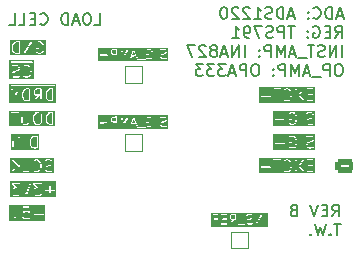
<source format=gbr>
%TF.GenerationSoftware,KiCad,Pcbnew,8.0.1*%
%TF.CreationDate,2024-05-14T21:58:36-04:00*%
%TF.ProjectId,ads1220_board,61647331-3232-4305-9f62-6f6172642e6b,rev?*%
%TF.SameCoordinates,Original*%
%TF.FileFunction,Legend,Bot*%
%TF.FilePolarity,Positive*%
%FSLAX46Y46*%
G04 Gerber Fmt 4.6, Leading zero omitted, Abs format (unit mm)*
G04 Created by KiCad (PCBNEW 8.0.1) date 2024-05-14 21:58:36*
%MOMM*%
%LPD*%
G01*
G04 APERTURE LIST*
G04 Aperture macros list*
%AMRoundRect*
0 Rectangle with rounded corners*
0 $1 Rounding radius*
0 $2 $3 $4 $5 $6 $7 $8 $9 X,Y pos of 4 corners*
0 Add a 4 corners polygon primitive as box body*
4,1,4,$2,$3,$4,$5,$6,$7,$8,$9,$2,$3,0*
0 Add four circle primitives for the rounded corners*
1,1,$1+$1,$2,$3*
1,1,$1+$1,$4,$5*
1,1,$1+$1,$6,$7*
1,1,$1+$1,$8,$9*
0 Add four rect primitives between the rounded corners*
20,1,$1+$1,$2,$3,$4,$5,0*
20,1,$1+$1,$4,$5,$6,$7,0*
20,1,$1+$1,$6,$7,$8,$9,0*
20,1,$1+$1,$8,$9,$2,$3,0*%
G04 Aperture macros list end*
%ADD10C,0.100000*%
%ADD11C,0.150000*%
%ADD12C,0.120000*%
%ADD13C,1.300000*%
%ADD14RoundRect,0.250000X0.625000X-0.350000X0.625000X0.350000X-0.625000X0.350000X-0.625000X-0.350000X0*%
%ADD15O,1.750000X1.200000*%
%ADD16RoundRect,0.250000X-0.625000X0.350000X-0.625000X-0.350000X0.625000X-0.350000X0.625000X0.350000X0*%
%ADD17R,1.000000X1.000000*%
G04 APERTURE END LIST*
D10*
G36*
X135104975Y-89466509D02*
G01*
X134974899Y-89468037D01*
X134973597Y-89467126D01*
X134967968Y-89468119D01*
X134866658Y-89469309D01*
X134807576Y-89442414D01*
X134778090Y-89415851D01*
X134745927Y-89356993D01*
X134743336Y-89266145D01*
X134769643Y-89208353D01*
X134796206Y-89178869D01*
X134854856Y-89146820D01*
X135103476Y-89143898D01*
X135104975Y-89466509D01*
G37*
G36*
X137882623Y-90111974D02*
G01*
X133113413Y-90111974D01*
X133113413Y-89992219D01*
X135297541Y-89992219D01*
X135324601Y-90019279D01*
X135343735Y-90023085D01*
X135972393Y-90019279D01*
X135999453Y-89992219D01*
X135999453Y-89953951D01*
X135972393Y-89926891D01*
X135953259Y-89923085D01*
X135324601Y-89926891D01*
X135297541Y-89953951D01*
X135297541Y-89992219D01*
X133113413Y-89992219D01*
X133113413Y-89116029D01*
X133202302Y-89116029D01*
X133229362Y-89143089D01*
X133248496Y-89146895D01*
X133579665Y-89143744D01*
X133580988Y-89428492D01*
X133343648Y-89431653D01*
X133316588Y-89458713D01*
X133316588Y-89496981D01*
X133343648Y-89524041D01*
X133362782Y-89527847D01*
X133581436Y-89524935D01*
X133583254Y-89916029D01*
X133610314Y-89943089D01*
X133648582Y-89943089D01*
X133675642Y-89916029D01*
X133926112Y-89916029D01*
X133953172Y-89943089D01*
X133972306Y-89946895D01*
X134372392Y-89943089D01*
X134399452Y-89916029D01*
X134403258Y-89896895D01*
X134400249Y-89249276D01*
X134646115Y-89249276D01*
X134649221Y-89358164D01*
X134646241Y-89367106D01*
X134649852Y-89380293D01*
X134649921Y-89382695D01*
X134650732Y-89383506D01*
X134651394Y-89385922D01*
X134688017Y-89452940D01*
X134688017Y-89458886D01*
X134698856Y-89475107D01*
X134701365Y-89477368D01*
X134701451Y-89477524D01*
X134701590Y-89477570D01*
X134732933Y-89505808D01*
X134734533Y-89510607D01*
X134749945Y-89522568D01*
X134753160Y-89524031D01*
X134753171Y-89524041D01*
X134753181Y-89524041D01*
X134823091Y-89555865D01*
X134829362Y-89562136D01*
X134842691Y-89564787D01*
X134844951Y-89565816D01*
X134846039Y-89565453D01*
X134848496Y-89565942D01*
X134867821Y-89565714D01*
X134647299Y-89886080D01*
X134653949Y-89923766D01*
X134685300Y-89945711D01*
X134722986Y-89939061D01*
X134737077Y-89925568D01*
X134985735Y-89564329D01*
X135105423Y-89562922D01*
X135107064Y-89916029D01*
X135134124Y-89943089D01*
X135172392Y-89943089D01*
X135199452Y-89916029D01*
X135203258Y-89896895D01*
X135202196Y-89668323D01*
X136055640Y-89668323D01*
X136058496Y-89739867D01*
X136055766Y-89748059D01*
X136059345Y-89761129D01*
X136059446Y-89763648D01*
X136060257Y-89764459D01*
X136060919Y-89766875D01*
X136097541Y-89833892D01*
X136097541Y-89839838D01*
X136108379Y-89856059D01*
X136110889Y-89858320D01*
X136110975Y-89858477D01*
X136111114Y-89858523D01*
X136142458Y-89886761D01*
X136144058Y-89891560D01*
X136159470Y-89903521D01*
X136162686Y-89904985D01*
X136162695Y-89904993D01*
X136162703Y-89904993D01*
X136232615Y-89936817D01*
X136238887Y-89943089D01*
X136252218Y-89945740D01*
X136254477Y-89946769D01*
X136255564Y-89946406D01*
X136258021Y-89946895D01*
X136438645Y-89943615D01*
X136444953Y-89946769D01*
X136464308Y-89944329D01*
X136595543Y-89896573D01*
X136612657Y-89862344D01*
X136600556Y-89826040D01*
X136566327Y-89808926D01*
X136546972Y-89811366D01*
X136449040Y-89847003D01*
X136448497Y-89846895D01*
X136275678Y-89850032D01*
X136217100Y-89823368D01*
X136187614Y-89796803D01*
X136155371Y-89737799D01*
X136153238Y-89684363D01*
X136179168Y-89627401D01*
X136205730Y-89597917D01*
X136266666Y-89564618D01*
X136270148Y-89564449D01*
X136409759Y-89526325D01*
X136413947Y-89527721D01*
X136432763Y-89522568D01*
X136499781Y-89485946D01*
X136505726Y-89485946D01*
X136521947Y-89475107D01*
X136524207Y-89472598D01*
X136524365Y-89472512D01*
X136524412Y-89472370D01*
X136552648Y-89441029D01*
X136557447Y-89439430D01*
X136569408Y-89424018D01*
X136570871Y-89420802D01*
X136570881Y-89420792D01*
X136570881Y-89420782D01*
X136602705Y-89350871D01*
X136608977Y-89344600D01*
X136611628Y-89331270D01*
X136612657Y-89329011D01*
X136612294Y-89327922D01*
X136612783Y-89325466D01*
X136609926Y-89253922D01*
X136612657Y-89245731D01*
X136609077Y-89232660D01*
X136608977Y-89230142D01*
X136608165Y-89229330D01*
X136607504Y-89226915D01*
X136570881Y-89159895D01*
X136570881Y-89153950D01*
X136560042Y-89137729D01*
X136557532Y-89135467D01*
X136557447Y-89135312D01*
X136557307Y-89135265D01*
X136525964Y-89107028D01*
X136524365Y-89102230D01*
X136517491Y-89096895D01*
X136855639Y-89096895D01*
X136859300Y-89884826D01*
X136856038Y-89890589D01*
X136859383Y-89902857D01*
X136859445Y-89916029D01*
X136864300Y-89920884D01*
X136866107Y-89927509D01*
X136877349Y-89933933D01*
X136886505Y-89943089D01*
X136893371Y-89943089D01*
X136899333Y-89946496D01*
X136911825Y-89943089D01*
X136924773Y-89943089D01*
X136929628Y-89938233D01*
X136936253Y-89936427D01*
X136949051Y-89921702D01*
X137313621Y-89277667D01*
X137316588Y-89916029D01*
X137343648Y-89943089D01*
X137381916Y-89943089D01*
X137408976Y-89916029D01*
X137412782Y-89896895D01*
X137409120Y-89108963D01*
X137412383Y-89103201D01*
X137410663Y-89096895D01*
X137693734Y-89096895D01*
X137697540Y-89916029D01*
X137724600Y-89943089D01*
X137762868Y-89943089D01*
X137789928Y-89916029D01*
X137793734Y-89896895D01*
X137789928Y-89077761D01*
X137762868Y-89050701D01*
X137724600Y-89050701D01*
X137697540Y-89077761D01*
X137693734Y-89096895D01*
X137410663Y-89096895D01*
X137409037Y-89090932D01*
X137408976Y-89077761D01*
X137404121Y-89072906D01*
X137402314Y-89066280D01*
X137391069Y-89059854D01*
X137381916Y-89050701D01*
X137375050Y-89050701D01*
X137369088Y-89047294D01*
X137356596Y-89050701D01*
X137343648Y-89050701D01*
X137338792Y-89055556D01*
X137332168Y-89057363D01*
X137319370Y-89072088D01*
X136954799Y-89716122D01*
X136951833Y-89077761D01*
X136924773Y-89050701D01*
X136886505Y-89050701D01*
X136859445Y-89077761D01*
X136855639Y-89096895D01*
X136517491Y-89096895D01*
X136508953Y-89090269D01*
X136505735Y-89088804D01*
X136505726Y-89088796D01*
X136505717Y-89088796D01*
X136435806Y-89056971D01*
X136429536Y-89050701D01*
X136416206Y-89048049D01*
X136413947Y-89047021D01*
X136412858Y-89047383D01*
X136410402Y-89046895D01*
X136229776Y-89050174D01*
X136223469Y-89047021D01*
X136204114Y-89049461D01*
X136072880Y-89097217D01*
X136055766Y-89131446D01*
X136067867Y-89167750D01*
X136102096Y-89184864D01*
X136121451Y-89182424D01*
X136219381Y-89146786D01*
X136219925Y-89146895D01*
X136392744Y-89143757D01*
X136451323Y-89170423D01*
X136480807Y-89196985D01*
X136513051Y-89255990D01*
X136515184Y-89309425D01*
X136489255Y-89366386D01*
X136462691Y-89395872D01*
X136401756Y-89429170D01*
X136398276Y-89429340D01*
X136258664Y-89467464D01*
X136254476Y-89466068D01*
X136235660Y-89471221D01*
X136168641Y-89507844D01*
X136162695Y-89507844D01*
X136146474Y-89518683D01*
X136144212Y-89521192D01*
X136144057Y-89521278D01*
X136144010Y-89521417D01*
X136115773Y-89552760D01*
X136110975Y-89554360D01*
X136099014Y-89569772D01*
X136097549Y-89572989D01*
X136097541Y-89572999D01*
X136097541Y-89573007D01*
X136065716Y-89642918D01*
X136059446Y-89649189D01*
X136056794Y-89662518D01*
X136055766Y-89664778D01*
X136056128Y-89665866D01*
X136055640Y-89668323D01*
X135202196Y-89668323D01*
X135199452Y-89077761D01*
X135172392Y-89050701D01*
X135153258Y-89046895D01*
X134855084Y-89050398D01*
X134844951Y-89047021D01*
X134831610Y-89050674D01*
X134829362Y-89050701D01*
X134828550Y-89051512D01*
X134826135Y-89052174D01*
X134759117Y-89088796D01*
X134753171Y-89088796D01*
X134736950Y-89099635D01*
X134734688Y-89102144D01*
X134734533Y-89102230D01*
X134734486Y-89102369D01*
X134706248Y-89133713D01*
X134701451Y-89135313D01*
X134689490Y-89150724D01*
X134688025Y-89153942D01*
X134688017Y-89153951D01*
X134688017Y-89153959D01*
X134656192Y-89223870D01*
X134649921Y-89230142D01*
X134647269Y-89243471D01*
X134646241Y-89245731D01*
X134646603Y-89246819D01*
X134646115Y-89249276D01*
X134400249Y-89249276D01*
X134399452Y-89077761D01*
X134372392Y-89050701D01*
X134353258Y-89046895D01*
X133953172Y-89050701D01*
X133926112Y-89077761D01*
X133926112Y-89116029D01*
X133953172Y-89143089D01*
X133972306Y-89146895D01*
X134303475Y-89143744D01*
X134304798Y-89428492D01*
X134067458Y-89431653D01*
X134040398Y-89458713D01*
X134040398Y-89496981D01*
X134067458Y-89524041D01*
X134086592Y-89527847D01*
X134305246Y-89524935D01*
X134306744Y-89847337D01*
X133953172Y-89850701D01*
X133926112Y-89877761D01*
X133926112Y-89916029D01*
X133675642Y-89916029D01*
X133679448Y-89896895D01*
X133675642Y-89077761D01*
X133648582Y-89050701D01*
X133629448Y-89046895D01*
X133229362Y-89050701D01*
X133202302Y-89077761D01*
X133202302Y-89116029D01*
X133113413Y-89116029D01*
X133113413Y-88958006D01*
X137882623Y-88958006D01*
X137882623Y-90111974D01*
G37*
D11*
X143341792Y-89259875D02*
X143675125Y-88783684D01*
X143913220Y-89259875D02*
X143913220Y-88259875D01*
X143913220Y-88259875D02*
X143532268Y-88259875D01*
X143532268Y-88259875D02*
X143437030Y-88307494D01*
X143437030Y-88307494D02*
X143389411Y-88355113D01*
X143389411Y-88355113D02*
X143341792Y-88450351D01*
X143341792Y-88450351D02*
X143341792Y-88593208D01*
X143341792Y-88593208D02*
X143389411Y-88688446D01*
X143389411Y-88688446D02*
X143437030Y-88736065D01*
X143437030Y-88736065D02*
X143532268Y-88783684D01*
X143532268Y-88783684D02*
X143913220Y-88783684D01*
X142913220Y-88736065D02*
X142579887Y-88736065D01*
X142437030Y-89259875D02*
X142913220Y-89259875D01*
X142913220Y-89259875D02*
X142913220Y-88259875D01*
X142913220Y-88259875D02*
X142437030Y-88259875D01*
X142151315Y-88259875D02*
X141817982Y-89259875D01*
X141817982Y-89259875D02*
X141484649Y-88259875D01*
X140056077Y-88736065D02*
X139913220Y-88783684D01*
X139913220Y-88783684D02*
X139865601Y-88831303D01*
X139865601Y-88831303D02*
X139817982Y-88926541D01*
X139817982Y-88926541D02*
X139817982Y-89069398D01*
X139817982Y-89069398D02*
X139865601Y-89164636D01*
X139865601Y-89164636D02*
X139913220Y-89212256D01*
X139913220Y-89212256D02*
X140008458Y-89259875D01*
X140008458Y-89259875D02*
X140389410Y-89259875D01*
X140389410Y-89259875D02*
X140389410Y-88259875D01*
X140389410Y-88259875D02*
X140056077Y-88259875D01*
X140056077Y-88259875D02*
X139960839Y-88307494D01*
X139960839Y-88307494D02*
X139913220Y-88355113D01*
X139913220Y-88355113D02*
X139865601Y-88450351D01*
X139865601Y-88450351D02*
X139865601Y-88545589D01*
X139865601Y-88545589D02*
X139913220Y-88640827D01*
X139913220Y-88640827D02*
X139960839Y-88688446D01*
X139960839Y-88688446D02*
X140056077Y-88736065D01*
X140056077Y-88736065D02*
X140389410Y-88736065D01*
X144056077Y-89869819D02*
X143484649Y-89869819D01*
X143770363Y-90869819D02*
X143770363Y-89869819D01*
X143151315Y-90774580D02*
X143103696Y-90822200D01*
X143103696Y-90822200D02*
X143151315Y-90869819D01*
X143151315Y-90869819D02*
X143198934Y-90822200D01*
X143198934Y-90822200D02*
X143151315Y-90774580D01*
X143151315Y-90774580D02*
X143151315Y-90869819D01*
X142770363Y-89869819D02*
X142532268Y-90869819D01*
X142532268Y-90869819D02*
X142341792Y-90155533D01*
X142341792Y-90155533D02*
X142151316Y-90869819D01*
X142151316Y-90869819D02*
X141913221Y-89869819D01*
X141532268Y-90774580D02*
X141484649Y-90822200D01*
X141484649Y-90822200D02*
X141532268Y-90869819D01*
X141532268Y-90869819D02*
X141579887Y-90822200D01*
X141579887Y-90822200D02*
X141532268Y-90774580D01*
X141532268Y-90774580D02*
X141532268Y-90869819D01*
D10*
G36*
X118554050Y-80540104D02*
G01*
X118554243Y-80540393D01*
X118638537Y-80620617D01*
X118683230Y-80786853D01*
X118682455Y-80790752D01*
X118685879Y-81107869D01*
X118683948Y-81111958D01*
X118643906Y-81285063D01*
X118567937Y-81364887D01*
X118567237Y-81365079D01*
X118488403Y-81407527D01*
X118321615Y-81410555D01*
X118244195Y-81374733D01*
X118244002Y-81374445D01*
X118159706Y-81294218D01*
X118115013Y-81127983D01*
X118115789Y-81124085D01*
X118112364Y-80806967D01*
X118114296Y-80802879D01*
X118154337Y-80629773D01*
X118230305Y-80549951D01*
X118231007Y-80549759D01*
X118309839Y-80507310D01*
X118476629Y-80504282D01*
X118554050Y-80540104D01*
G37*
G36*
X119638386Y-81408106D02*
G01*
X119463788Y-81410689D01*
X119462552Y-81409985D01*
X119335330Y-81370724D01*
X119253558Y-81292900D01*
X119253367Y-81292200D01*
X119209726Y-81211152D01*
X119209534Y-81207196D01*
X119162632Y-81032745D01*
X119163408Y-81028847D01*
X119160411Y-80901300D01*
X119161915Y-80898117D01*
X119202698Y-80721804D01*
X119205748Y-80717875D01*
X119243712Y-80635823D01*
X119244001Y-80635631D01*
X119324930Y-80550595D01*
X119445870Y-80507245D01*
X119446741Y-80507419D01*
X119635012Y-80504633D01*
X119638386Y-81408106D01*
G37*
G36*
X119845947Y-81618530D02*
G01*
X116003722Y-81618530D01*
X116003722Y-80476553D01*
X116114833Y-80476553D01*
X116141893Y-80503613D01*
X116161027Y-80507419D01*
X116396922Y-80505898D01*
X116400547Y-81476553D01*
X116427607Y-81503613D01*
X116465875Y-81503613D01*
X116492935Y-81476553D01*
X116496741Y-81457419D01*
X116493185Y-80505278D01*
X116751589Y-80503613D01*
X116778649Y-80476553D01*
X116778649Y-80457419D01*
X117015789Y-80457419D01*
X117019474Y-81259808D01*
X117015915Y-81270487D01*
X117019584Y-81283887D01*
X117019595Y-81286076D01*
X117020406Y-81286887D01*
X117021068Y-81289303D01*
X117067214Y-81375003D01*
X117067214Y-81381314D01*
X117078052Y-81397535D01*
X117080605Y-81399873D01*
X117080648Y-81399952D01*
X117080716Y-81399974D01*
X117121511Y-81437330D01*
X117123254Y-81442560D01*
X117138666Y-81454521D01*
X117230555Y-81497037D01*
X117237131Y-81503613D01*
X117250524Y-81506277D01*
X117252720Y-81507293D01*
X117253808Y-81506930D01*
X117256265Y-81507419D01*
X117440621Y-81504071D01*
X117450286Y-81507293D01*
X117463570Y-81503654D01*
X117465875Y-81503613D01*
X117466686Y-81502801D01*
X117469102Y-81502140D01*
X117554802Y-81455994D01*
X117561114Y-81455994D01*
X117577335Y-81445155D01*
X117579672Y-81442602D01*
X117579751Y-81442560D01*
X117579773Y-81442491D01*
X117617128Y-81401695D01*
X117622358Y-81399953D01*
X117634319Y-81384541D01*
X117676835Y-81292651D01*
X117683411Y-81286076D01*
X117686075Y-81272682D01*
X117687091Y-81270487D01*
X117686728Y-81269398D01*
X117687217Y-81266942D01*
X117685030Y-80790752D01*
X118015789Y-80790752D01*
X118019256Y-81111855D01*
X118016334Y-81116726D01*
X118017282Y-81136212D01*
X118067214Y-81321935D01*
X118067214Y-81333695D01*
X118072504Y-81341612D01*
X118073234Y-81344327D01*
X118075042Y-81345412D01*
X118078052Y-81349916D01*
X118168771Y-81436254D01*
X118170873Y-81442560D01*
X118186285Y-81454521D01*
X118278174Y-81497037D01*
X118284750Y-81503613D01*
X118298143Y-81506277D01*
X118300339Y-81507293D01*
X118301427Y-81506930D01*
X118303884Y-81507419D01*
X118488240Y-81504071D01*
X118497905Y-81507293D01*
X118511189Y-81503654D01*
X118513494Y-81503613D01*
X118514305Y-81502801D01*
X118516721Y-81502140D01*
X118602421Y-81455994D01*
X118608733Y-81455994D01*
X118624954Y-81445155D01*
X118715456Y-81350059D01*
X118725010Y-81344327D01*
X118729049Y-81335775D01*
X118731030Y-81333695D01*
X118731030Y-81331584D01*
X118733343Y-81326688D01*
X118774919Y-81146948D01*
X118778649Y-81143219D01*
X118782455Y-81124085D01*
X118779884Y-80885990D01*
X119063408Y-80885990D01*
X119066492Y-81017256D01*
X119063953Y-81021488D01*
X119064901Y-81040974D01*
X119112620Y-81218466D01*
X119111153Y-81222868D01*
X119116306Y-81241684D01*
X119162452Y-81327384D01*
X119162452Y-81333695D01*
X119173290Y-81349916D01*
X119266786Y-81438898D01*
X119271124Y-81447573D01*
X119283036Y-81454363D01*
X119284750Y-81455994D01*
X119285898Y-81455994D01*
X119288073Y-81457234D01*
X119422807Y-81498813D01*
X119427607Y-81503613D01*
X119446741Y-81507419D01*
X119703970Y-81503613D01*
X119731030Y-81476553D01*
X119734836Y-81457419D01*
X119731030Y-80438285D01*
X119703970Y-80411225D01*
X119684836Y-80407419D01*
X119456781Y-80410793D01*
X119450285Y-80407545D01*
X119430929Y-80409985D01*
X119294618Y-80458844D01*
X119284750Y-80458844D01*
X119273332Y-80466473D01*
X119271124Y-80467265D01*
X119270610Y-80468292D01*
X119268529Y-80469683D01*
X119182190Y-80560402D01*
X119175886Y-80562504D01*
X119163924Y-80577916D01*
X119124219Y-80663727D01*
X119120853Y-80665748D01*
X119112520Y-80683387D01*
X119070943Y-80863126D01*
X119067214Y-80866856D01*
X119063408Y-80885990D01*
X118779884Y-80885990D01*
X118778987Y-80802981D01*
X118781910Y-80798111D01*
X118780962Y-80778625D01*
X118731030Y-80592901D01*
X118731030Y-80581142D01*
X118725740Y-80573225D01*
X118725010Y-80570510D01*
X118723199Y-80569423D01*
X118720191Y-80564921D01*
X118629471Y-80478582D01*
X118627370Y-80472278D01*
X118611958Y-80460316D01*
X118520069Y-80417800D01*
X118513494Y-80411225D01*
X118500100Y-80408560D01*
X118497905Y-80407545D01*
X118496816Y-80407907D01*
X118494360Y-80407419D01*
X118310003Y-80410766D01*
X118300339Y-80407545D01*
X118287054Y-80411183D01*
X118284750Y-80411225D01*
X118283938Y-80412036D01*
X118281523Y-80412698D01*
X118195822Y-80458844D01*
X118189512Y-80458844D01*
X118173291Y-80469683D01*
X118082788Y-80564777D01*
X118073234Y-80570510D01*
X118069194Y-80579061D01*
X118067214Y-80581142D01*
X118067214Y-80583252D01*
X118064901Y-80588149D01*
X118023324Y-80767888D01*
X118019595Y-80771618D01*
X118015789Y-80790752D01*
X117685030Y-80790752D01*
X117683411Y-80438285D01*
X117656351Y-80411225D01*
X117618083Y-80411225D01*
X117591023Y-80438285D01*
X117587217Y-80457419D01*
X117590848Y-81248139D01*
X117554531Y-81326631D01*
X117554242Y-81326825D01*
X117518821Y-81365507D01*
X117440784Y-81407527D01*
X117273996Y-81410555D01*
X117196576Y-81374733D01*
X117196383Y-81374445D01*
X117157700Y-81339022D01*
X117115762Y-81261137D01*
X117111983Y-80438285D01*
X117084923Y-80411225D01*
X117046655Y-80411225D01*
X117019595Y-80438285D01*
X117015789Y-80457419D01*
X116778649Y-80457419D01*
X116778649Y-80438285D01*
X116751589Y-80411225D01*
X116732455Y-80407419D01*
X116141893Y-80411225D01*
X116114833Y-80438285D01*
X116114833Y-80476553D01*
X116003722Y-80476553D01*
X116003722Y-80296308D01*
X119845947Y-80296308D01*
X119845947Y-81618530D01*
G37*
G36*
X141904845Y-83618530D02*
G01*
X138348335Y-83618530D01*
X138348335Y-83095600D01*
X138459446Y-83095600D01*
X138486506Y-83122660D01*
X138505640Y-83126466D01*
X138838684Y-83124843D01*
X138840398Y-83476553D01*
X138867458Y-83503613D01*
X138905726Y-83503613D01*
X138932786Y-83476553D01*
X138936592Y-83457419D01*
X138934969Y-83124373D01*
X139286678Y-83122660D01*
X139313738Y-83095600D01*
X139313738Y-83057332D01*
X139286678Y-83030272D01*
X139279514Y-83028847D01*
X139646116Y-83028847D01*
X139649922Y-83381314D01*
X139660760Y-83397535D01*
X139707234Y-83440092D01*
X139710975Y-83447573D01*
X139722706Y-83454259D01*
X139724600Y-83455994D01*
X139725749Y-83455994D01*
X139727924Y-83457234D01*
X139862658Y-83498813D01*
X139867458Y-83503613D01*
X139886592Y-83507419D01*
X139972800Y-83504550D01*
X139978286Y-83507293D01*
X139997641Y-83504853D01*
X140133952Y-83455994D01*
X140143822Y-83455994D01*
X140155242Y-83448362D01*
X140157446Y-83447573D01*
X140157958Y-83446547D01*
X140160043Y-83445155D01*
X140246380Y-83354435D01*
X140252685Y-83352334D01*
X140264646Y-83336922D01*
X140304350Y-83251109D01*
X140307718Y-83249089D01*
X140316051Y-83231450D01*
X140357627Y-83051710D01*
X140361357Y-83047981D01*
X140365163Y-83028847D01*
X140362078Y-82897580D01*
X140364618Y-82893349D01*
X140363670Y-82873863D01*
X140315950Y-82696370D01*
X140317418Y-82691969D01*
X140312265Y-82673153D01*
X140266119Y-82587452D01*
X140266119Y-82581142D01*
X140255280Y-82564921D01*
X140161782Y-82475938D01*
X140157446Y-82467265D01*
X140145535Y-82460475D01*
X140143821Y-82458844D01*
X140142673Y-82458844D01*
X140140498Y-82457604D01*
X140139899Y-82457419D01*
X140693734Y-82457419D01*
X140697540Y-83476553D01*
X140724600Y-83503613D01*
X140762868Y-83503613D01*
X140789928Y-83476553D01*
X140793734Y-83457419D01*
X140792667Y-83171704D01*
X141122306Y-83171704D01*
X141125306Y-83261863D01*
X141122432Y-83270487D01*
X141126030Y-83283626D01*
X141126112Y-83286076D01*
X141126923Y-83286887D01*
X141127585Y-83289303D01*
X141173731Y-83375003D01*
X141173731Y-83381314D01*
X141184569Y-83397535D01*
X141187122Y-83399873D01*
X141187165Y-83399952D01*
X141187233Y-83399974D01*
X141228028Y-83437330D01*
X141229771Y-83442560D01*
X141245183Y-83454521D01*
X141337072Y-83497037D01*
X141343648Y-83503613D01*
X141357041Y-83506277D01*
X141359237Y-83507293D01*
X141360325Y-83506930D01*
X141362782Y-83507419D01*
X141590836Y-83504044D01*
X141597333Y-83507293D01*
X141616688Y-83504853D01*
X141776493Y-83447573D01*
X141793608Y-83413344D01*
X141781506Y-83377040D01*
X141747278Y-83359926D01*
X141727922Y-83362366D01*
X141601746Y-83407591D01*
X141600877Y-83407419D01*
X141380773Y-83410675D01*
X141303093Y-83374733D01*
X141302900Y-83374445D01*
X141264217Y-83339022D01*
X141222101Y-83260807D01*
X141219689Y-83188310D01*
X141254991Y-83112013D01*
X141255280Y-83111821D01*
X141290701Y-83073139D01*
X141370951Y-83029927D01*
X141374909Y-83029735D01*
X141552401Y-82982015D01*
X141556803Y-82983483D01*
X141575619Y-82978330D01*
X141661319Y-82932184D01*
X141667630Y-82932184D01*
X141683851Y-82921345D01*
X141686187Y-82918793D01*
X141686268Y-82918750D01*
X141686291Y-82918680D01*
X141723646Y-82877886D01*
X141728875Y-82876144D01*
X141740836Y-82860732D01*
X141783352Y-82768842D01*
X141789928Y-82762267D01*
X141792592Y-82748873D01*
X141793608Y-82746678D01*
X141793245Y-82745589D01*
X141793734Y-82743133D01*
X141790733Y-82652972D01*
X141793608Y-82644350D01*
X141790009Y-82631210D01*
X141789928Y-82628761D01*
X141789116Y-82627949D01*
X141788455Y-82625534D01*
X141742309Y-82539833D01*
X141742309Y-82533522D01*
X141731470Y-82517301D01*
X141728918Y-82514964D01*
X141728875Y-82514884D01*
X141728804Y-82514860D01*
X141688010Y-82477506D01*
X141686268Y-82472278D01*
X141670856Y-82460316D01*
X141578967Y-82417800D01*
X141572392Y-82411225D01*
X141558998Y-82408560D01*
X141556803Y-82407545D01*
X141555714Y-82407907D01*
X141553258Y-82407419D01*
X141325203Y-82410793D01*
X141318707Y-82407545D01*
X141299351Y-82409985D01*
X141139546Y-82467265D01*
X141122432Y-82501494D01*
X141134533Y-82537798D01*
X141168762Y-82554912D01*
X141188117Y-82552472D01*
X141314292Y-82507245D01*
X141315163Y-82507419D01*
X141535267Y-82504162D01*
X141612948Y-82540104D01*
X141613141Y-82540393D01*
X141651822Y-82575814D01*
X141693938Y-82654028D01*
X141696350Y-82726525D01*
X141661048Y-82802822D01*
X141660759Y-82803016D01*
X141625339Y-82841697D01*
X141545087Y-82884909D01*
X141541131Y-82885102D01*
X141363638Y-82932821D01*
X141359237Y-82931354D01*
X141340421Y-82936507D01*
X141254720Y-82982653D01*
X141248409Y-82982653D01*
X141232188Y-82993492D01*
X141229851Y-82996043D01*
X141229771Y-82996087D01*
X141229747Y-82996157D01*
X141192393Y-83036951D01*
X141187165Y-83038694D01*
X141175203Y-83054106D01*
X141132687Y-83145994D01*
X141126112Y-83152570D01*
X141123447Y-83165963D01*
X141122432Y-83168159D01*
X141122794Y-83169247D01*
X141122306Y-83171704D01*
X140792667Y-83171704D01*
X140789928Y-82438285D01*
X140762868Y-82411225D01*
X140724600Y-82411225D01*
X140697540Y-82438285D01*
X140693734Y-82457419D01*
X140139899Y-82457419D01*
X140005763Y-82416024D01*
X140000964Y-82411225D01*
X139981830Y-82407419D01*
X139844714Y-82410640D01*
X139835428Y-82407545D01*
X139822192Y-82411169D01*
X139819839Y-82411225D01*
X139819027Y-82412036D01*
X139816612Y-82412698D01*
X139705962Y-82472278D01*
X139693861Y-82508583D01*
X139710975Y-82542811D01*
X139747280Y-82554912D01*
X139766096Y-82549759D01*
X139844990Y-82507277D01*
X139965313Y-82504450D01*
X139966019Y-82504853D01*
X140093242Y-82544114D01*
X140175011Y-82621935D01*
X140175204Y-82622637D01*
X140218844Y-82703683D01*
X140219037Y-82707641D01*
X140265938Y-82882091D01*
X140265163Y-82885990D01*
X140268159Y-83013536D01*
X140266656Y-83016720D01*
X140225872Y-83193032D01*
X140222822Y-83196963D01*
X140184858Y-83279013D01*
X140184570Y-83279206D01*
X140103640Y-83364242D01*
X139982699Y-83407591D01*
X139981830Y-83407419D01*
X139902530Y-83410057D01*
X139902403Y-83409985D01*
X139774949Y-83370652D01*
X139745920Y-83344070D01*
X139743047Y-83077994D01*
X139905726Y-83075041D01*
X139932786Y-83047981D01*
X139932786Y-83009713D01*
X139905726Y-82982653D01*
X139886592Y-82978847D01*
X139676982Y-82982653D01*
X139649922Y-83009713D01*
X139646116Y-83028847D01*
X139279514Y-83028847D01*
X139267544Y-83026466D01*
X138934499Y-83028088D01*
X138932786Y-82676380D01*
X138905726Y-82649320D01*
X138867458Y-82649320D01*
X138840398Y-82676380D01*
X138836592Y-82695514D01*
X138838214Y-83028558D01*
X138486506Y-83030272D01*
X138459446Y-83057332D01*
X138459446Y-83095600D01*
X138348335Y-83095600D01*
X138348335Y-82296308D01*
X141904845Y-82296308D01*
X141904845Y-83618530D01*
G37*
G36*
X118075475Y-77618530D02*
G01*
X116008484Y-77618530D01*
X116008484Y-77171704D01*
X116206265Y-77171704D01*
X116209265Y-77261863D01*
X116206391Y-77270487D01*
X116209989Y-77283626D01*
X116210071Y-77286076D01*
X116210882Y-77286887D01*
X116211544Y-77289303D01*
X116257690Y-77375003D01*
X116257690Y-77381314D01*
X116268528Y-77397535D01*
X116271081Y-77399873D01*
X116271124Y-77399952D01*
X116271192Y-77399974D01*
X116311987Y-77437330D01*
X116313730Y-77442560D01*
X116329142Y-77454521D01*
X116421031Y-77497037D01*
X116427607Y-77503613D01*
X116441000Y-77506277D01*
X116443196Y-77507293D01*
X116444284Y-77506930D01*
X116446741Y-77507419D01*
X116674795Y-77504044D01*
X116681292Y-77507293D01*
X116700647Y-77504853D01*
X116860452Y-77447573D01*
X116877567Y-77413344D01*
X116866890Y-77381314D01*
X117162452Y-77381314D01*
X117173290Y-77397535D01*
X117219764Y-77440092D01*
X117223505Y-77447573D01*
X117235236Y-77454259D01*
X117237130Y-77455994D01*
X117238279Y-77455994D01*
X117240454Y-77457234D01*
X117375188Y-77498813D01*
X117379988Y-77503613D01*
X117399122Y-77507419D01*
X117485330Y-77504550D01*
X117490816Y-77507293D01*
X117510171Y-77504853D01*
X117646482Y-77455994D01*
X117656352Y-77455994D01*
X117667772Y-77448362D01*
X117669976Y-77447573D01*
X117670488Y-77446547D01*
X117672573Y-77445155D01*
X117758910Y-77354435D01*
X117765215Y-77352334D01*
X117777176Y-77336922D01*
X117816880Y-77251109D01*
X117820248Y-77249089D01*
X117828581Y-77231450D01*
X117870157Y-77051710D01*
X117873887Y-77047981D01*
X117877693Y-77028847D01*
X117874608Y-76897580D01*
X117877148Y-76893349D01*
X117876200Y-76873863D01*
X117828480Y-76696370D01*
X117829948Y-76691969D01*
X117824795Y-76673153D01*
X117778649Y-76587452D01*
X117778649Y-76581142D01*
X117767810Y-76564921D01*
X117674312Y-76475938D01*
X117669976Y-76467265D01*
X117658065Y-76460475D01*
X117656351Y-76458844D01*
X117655203Y-76458844D01*
X117653028Y-76457604D01*
X117518293Y-76416024D01*
X117513494Y-76411225D01*
X117494360Y-76407419D01*
X117408151Y-76410287D01*
X117402666Y-76407545D01*
X117383310Y-76409985D01*
X117246999Y-76458844D01*
X117237130Y-76458844D01*
X117225710Y-76466474D01*
X117223505Y-76467265D01*
X117222991Y-76468291D01*
X117220909Y-76469683D01*
X117162452Y-76533523D01*
X117162452Y-76571791D01*
X117189512Y-76598851D01*
X117227780Y-76598851D01*
X117244001Y-76588012D01*
X117278729Y-76550087D01*
X117398251Y-76507245D01*
X117399122Y-76507419D01*
X117478421Y-76504780D01*
X117478549Y-76504853D01*
X117605772Y-76544114D01*
X117687541Y-76621935D01*
X117687734Y-76622637D01*
X117731374Y-76703683D01*
X117731567Y-76707641D01*
X117778468Y-76882091D01*
X117777693Y-76885990D01*
X117780689Y-77013536D01*
X117779186Y-77016720D01*
X117738402Y-77193032D01*
X117735352Y-77196963D01*
X117697388Y-77279013D01*
X117697100Y-77279206D01*
X117616170Y-77364242D01*
X117495229Y-77407591D01*
X117494360Y-77407419D01*
X117415060Y-77410057D01*
X117414933Y-77409985D01*
X117287479Y-77370652D01*
X117227781Y-77315986D01*
X117189512Y-77315986D01*
X117162452Y-77343045D01*
X117162452Y-77381314D01*
X116866890Y-77381314D01*
X116865465Y-77377040D01*
X116831237Y-77359926D01*
X116811881Y-77362366D01*
X116685705Y-77407591D01*
X116684836Y-77407419D01*
X116464732Y-77410675D01*
X116387052Y-77374733D01*
X116386859Y-77374445D01*
X116348176Y-77339022D01*
X116306060Y-77260807D01*
X116303648Y-77188310D01*
X116338950Y-77112013D01*
X116339239Y-77111821D01*
X116374660Y-77073139D01*
X116454910Y-77029927D01*
X116458868Y-77029735D01*
X116636360Y-76982015D01*
X116640762Y-76983483D01*
X116659578Y-76978330D01*
X116745278Y-76932184D01*
X116751589Y-76932184D01*
X116767810Y-76921345D01*
X116770146Y-76918793D01*
X116770227Y-76918750D01*
X116770250Y-76918680D01*
X116807605Y-76877886D01*
X116812834Y-76876144D01*
X116824795Y-76860732D01*
X116867311Y-76768842D01*
X116873887Y-76762267D01*
X116876551Y-76748873D01*
X116877567Y-76746678D01*
X116877204Y-76745589D01*
X116877693Y-76743133D01*
X116874692Y-76652972D01*
X116877567Y-76644350D01*
X116873968Y-76631210D01*
X116873887Y-76628761D01*
X116873075Y-76627949D01*
X116872414Y-76625534D01*
X116826268Y-76539833D01*
X116826268Y-76533522D01*
X116815429Y-76517301D01*
X116812877Y-76514964D01*
X116812834Y-76514884D01*
X116812763Y-76514860D01*
X116771969Y-76477506D01*
X116770227Y-76472278D01*
X116754815Y-76460316D01*
X116662926Y-76417800D01*
X116656351Y-76411225D01*
X116642957Y-76408560D01*
X116640762Y-76407545D01*
X116639673Y-76407907D01*
X116637217Y-76407419D01*
X116409162Y-76410793D01*
X116402666Y-76407545D01*
X116383310Y-76409985D01*
X116223505Y-76467265D01*
X116206391Y-76501494D01*
X116218492Y-76537798D01*
X116252721Y-76554912D01*
X116272076Y-76552472D01*
X116398251Y-76507245D01*
X116399122Y-76507419D01*
X116619226Y-76504162D01*
X116696907Y-76540104D01*
X116697100Y-76540393D01*
X116735781Y-76575814D01*
X116777897Y-76654028D01*
X116780309Y-76726525D01*
X116745007Y-76802822D01*
X116744718Y-76803016D01*
X116709298Y-76841697D01*
X116629046Y-76884909D01*
X116625090Y-76885102D01*
X116447597Y-76932821D01*
X116443196Y-76931354D01*
X116424380Y-76936507D01*
X116338679Y-76982653D01*
X116332368Y-76982653D01*
X116316147Y-76993492D01*
X116313810Y-76996043D01*
X116313730Y-76996087D01*
X116313706Y-76996157D01*
X116276352Y-77036951D01*
X116271124Y-77038694D01*
X116259162Y-77054106D01*
X116216646Y-77145994D01*
X116210071Y-77152570D01*
X116207406Y-77165963D01*
X116206391Y-77168159D01*
X116206753Y-77169247D01*
X116206265Y-77171704D01*
X116008484Y-77171704D01*
X116008484Y-76198934D01*
X116119595Y-76198934D01*
X116146655Y-76225994D01*
X116165789Y-76229800D01*
X117937304Y-76225994D01*
X117964364Y-76198934D01*
X117964364Y-76160666D01*
X117937304Y-76133606D01*
X117918170Y-76129800D01*
X116146655Y-76133606D01*
X116119595Y-76160666D01*
X116119595Y-76198934D01*
X116008484Y-76198934D01*
X116008484Y-76018689D01*
X118075475Y-76018689D01*
X118075475Y-77618530D01*
G37*
G36*
X118305052Y-83408106D02*
G01*
X118130454Y-83410689D01*
X118129218Y-83409985D01*
X118001996Y-83370724D01*
X117920224Y-83292900D01*
X117920033Y-83292200D01*
X117876392Y-83211152D01*
X117876200Y-83207196D01*
X117829298Y-83032745D01*
X117830074Y-83028847D01*
X117827077Y-82901300D01*
X117828581Y-82898117D01*
X117869364Y-82721804D01*
X117872414Y-82717875D01*
X117910378Y-82635823D01*
X117910667Y-82635631D01*
X117991596Y-82550595D01*
X118112536Y-82507245D01*
X118113407Y-82507419D01*
X118301678Y-82504633D01*
X118305052Y-83408106D01*
G37*
G36*
X118512613Y-83618530D02*
G01*
X116142773Y-83618530D01*
X116142773Y-82457419D01*
X116253884Y-82457419D01*
X116257573Y-83445311D01*
X116254283Y-83451113D01*
X116257640Y-83463426D01*
X116257690Y-83476553D01*
X116262544Y-83481407D01*
X116264352Y-83488034D01*
X116275596Y-83494459D01*
X116284750Y-83503613D01*
X116291616Y-83503613D01*
X116297578Y-83507020D01*
X116310071Y-83503613D01*
X116323018Y-83503613D01*
X116327872Y-83498758D01*
X116334499Y-83496951D01*
X116347296Y-83482226D01*
X116825986Y-82638159D01*
X116829118Y-83476553D01*
X116856178Y-83503613D01*
X116894446Y-83503613D01*
X116921506Y-83476553D01*
X116925312Y-83457419D01*
X116921622Y-82469526D01*
X116924913Y-82463725D01*
X116923193Y-82457419D01*
X117301502Y-82457419D01*
X117305308Y-83476553D01*
X117332368Y-83503613D01*
X117370636Y-83503613D01*
X117397696Y-83476553D01*
X117401502Y-83457419D01*
X117399368Y-82885990D01*
X117730074Y-82885990D01*
X117733158Y-83017256D01*
X117730619Y-83021488D01*
X117731567Y-83040974D01*
X117779286Y-83218466D01*
X117777819Y-83222868D01*
X117782972Y-83241684D01*
X117829118Y-83327384D01*
X117829118Y-83333695D01*
X117839956Y-83349916D01*
X117933452Y-83438898D01*
X117937790Y-83447573D01*
X117949702Y-83454363D01*
X117951416Y-83455994D01*
X117952564Y-83455994D01*
X117954739Y-83457234D01*
X118089473Y-83498813D01*
X118094273Y-83503613D01*
X118113407Y-83507419D01*
X118370636Y-83503613D01*
X118397696Y-83476553D01*
X118401502Y-83457419D01*
X118397696Y-82438285D01*
X118370636Y-82411225D01*
X118351502Y-82407419D01*
X118123447Y-82410793D01*
X118116951Y-82407545D01*
X118097595Y-82409985D01*
X117961284Y-82458844D01*
X117951416Y-82458844D01*
X117939998Y-82466473D01*
X117937790Y-82467265D01*
X117937276Y-82468292D01*
X117935195Y-82469683D01*
X117848856Y-82560402D01*
X117842552Y-82562504D01*
X117830590Y-82577916D01*
X117790885Y-82663727D01*
X117787519Y-82665748D01*
X117779186Y-82683387D01*
X117737609Y-82863126D01*
X117733880Y-82866856D01*
X117730074Y-82885990D01*
X117399368Y-82885990D01*
X117397696Y-82438285D01*
X117370636Y-82411225D01*
X117332368Y-82411225D01*
X117305308Y-82438285D01*
X117301502Y-82457419D01*
X116923193Y-82457419D01*
X116921555Y-82451411D01*
X116921506Y-82438285D01*
X116916651Y-82433430D01*
X116914844Y-82426804D01*
X116903599Y-82420378D01*
X116894446Y-82411225D01*
X116887580Y-82411225D01*
X116881618Y-82407818D01*
X116869126Y-82411225D01*
X116856178Y-82411225D01*
X116851322Y-82416080D01*
X116844698Y-82417887D01*
X116831900Y-82432612D01*
X116353209Y-83276678D01*
X116350078Y-82438285D01*
X116323018Y-82411225D01*
X116284750Y-82411225D01*
X116257690Y-82438285D01*
X116253884Y-82457419D01*
X116142773Y-82457419D01*
X116142773Y-82296308D01*
X118512613Y-82296308D01*
X118512613Y-83618530D01*
G37*
G36*
X141904845Y-81618530D02*
G01*
X138348335Y-81618530D01*
X138348335Y-81095600D01*
X138459446Y-81095600D01*
X138486506Y-81122660D01*
X138505640Y-81126466D01*
X139286678Y-81122660D01*
X139313738Y-81095600D01*
X139313738Y-81057332D01*
X139286678Y-81030272D01*
X139279514Y-81028847D01*
X139646116Y-81028847D01*
X139649922Y-81381314D01*
X139660760Y-81397535D01*
X139707234Y-81440092D01*
X139710975Y-81447573D01*
X139722706Y-81454259D01*
X139724600Y-81455994D01*
X139725749Y-81455994D01*
X139727924Y-81457234D01*
X139862658Y-81498813D01*
X139867458Y-81503613D01*
X139886592Y-81507419D01*
X139972800Y-81504550D01*
X139978286Y-81507293D01*
X139997641Y-81504853D01*
X140133952Y-81455994D01*
X140143822Y-81455994D01*
X140155242Y-81448362D01*
X140157446Y-81447573D01*
X140157958Y-81446547D01*
X140160043Y-81445155D01*
X140246380Y-81354435D01*
X140252685Y-81352334D01*
X140264646Y-81336922D01*
X140304350Y-81251109D01*
X140307718Y-81249089D01*
X140316051Y-81231450D01*
X140357627Y-81051710D01*
X140361357Y-81047981D01*
X140365163Y-81028847D01*
X140362078Y-80897580D01*
X140364618Y-80893349D01*
X140363670Y-80873863D01*
X140315950Y-80696370D01*
X140317418Y-80691969D01*
X140312265Y-80673153D01*
X140266119Y-80587452D01*
X140266119Y-80581142D01*
X140255280Y-80564921D01*
X140161782Y-80475938D01*
X140157446Y-80467265D01*
X140145535Y-80460475D01*
X140143821Y-80458844D01*
X140142673Y-80458844D01*
X140140498Y-80457604D01*
X140139899Y-80457419D01*
X140693734Y-80457419D01*
X140697540Y-81476553D01*
X140724600Y-81503613D01*
X140762868Y-81503613D01*
X140789928Y-81476553D01*
X140793734Y-81457419D01*
X140792667Y-81171704D01*
X141122306Y-81171704D01*
X141125306Y-81261863D01*
X141122432Y-81270487D01*
X141126030Y-81283626D01*
X141126112Y-81286076D01*
X141126923Y-81286887D01*
X141127585Y-81289303D01*
X141173731Y-81375003D01*
X141173731Y-81381314D01*
X141184569Y-81397535D01*
X141187122Y-81399873D01*
X141187165Y-81399952D01*
X141187233Y-81399974D01*
X141228028Y-81437330D01*
X141229771Y-81442560D01*
X141245183Y-81454521D01*
X141337072Y-81497037D01*
X141343648Y-81503613D01*
X141357041Y-81506277D01*
X141359237Y-81507293D01*
X141360325Y-81506930D01*
X141362782Y-81507419D01*
X141590836Y-81504044D01*
X141597333Y-81507293D01*
X141616688Y-81504853D01*
X141776493Y-81447573D01*
X141793608Y-81413344D01*
X141781506Y-81377040D01*
X141747278Y-81359926D01*
X141727922Y-81362366D01*
X141601746Y-81407591D01*
X141600877Y-81407419D01*
X141380773Y-81410675D01*
X141303093Y-81374733D01*
X141302900Y-81374445D01*
X141264217Y-81339022D01*
X141222101Y-81260807D01*
X141219689Y-81188310D01*
X141254991Y-81112013D01*
X141255280Y-81111821D01*
X141290701Y-81073139D01*
X141370951Y-81029927D01*
X141374909Y-81029735D01*
X141552401Y-80982015D01*
X141556803Y-80983483D01*
X141575619Y-80978330D01*
X141661319Y-80932184D01*
X141667630Y-80932184D01*
X141683851Y-80921345D01*
X141686187Y-80918793D01*
X141686268Y-80918750D01*
X141686291Y-80918680D01*
X141723646Y-80877886D01*
X141728875Y-80876144D01*
X141740836Y-80860732D01*
X141783352Y-80768842D01*
X141789928Y-80762267D01*
X141792592Y-80748873D01*
X141793608Y-80746678D01*
X141793245Y-80745589D01*
X141793734Y-80743133D01*
X141790733Y-80652972D01*
X141793608Y-80644350D01*
X141790009Y-80631210D01*
X141789928Y-80628761D01*
X141789116Y-80627949D01*
X141788455Y-80625534D01*
X141742309Y-80539833D01*
X141742309Y-80533522D01*
X141731470Y-80517301D01*
X141728918Y-80514964D01*
X141728875Y-80514884D01*
X141728804Y-80514860D01*
X141688010Y-80477506D01*
X141686268Y-80472278D01*
X141670856Y-80460316D01*
X141578967Y-80417800D01*
X141572392Y-80411225D01*
X141558998Y-80408560D01*
X141556803Y-80407545D01*
X141555714Y-80407907D01*
X141553258Y-80407419D01*
X141325203Y-80410793D01*
X141318707Y-80407545D01*
X141299351Y-80409985D01*
X141139546Y-80467265D01*
X141122432Y-80501494D01*
X141134533Y-80537798D01*
X141168762Y-80554912D01*
X141188117Y-80552472D01*
X141314292Y-80507245D01*
X141315163Y-80507419D01*
X141535267Y-80504162D01*
X141612948Y-80540104D01*
X141613141Y-80540393D01*
X141651822Y-80575814D01*
X141693938Y-80654028D01*
X141696350Y-80726525D01*
X141661048Y-80802822D01*
X141660759Y-80803016D01*
X141625339Y-80841697D01*
X141545087Y-80884909D01*
X141541131Y-80885102D01*
X141363638Y-80932821D01*
X141359237Y-80931354D01*
X141340421Y-80936507D01*
X141254720Y-80982653D01*
X141248409Y-80982653D01*
X141232188Y-80993492D01*
X141229851Y-80996043D01*
X141229771Y-80996087D01*
X141229747Y-80996157D01*
X141192393Y-81036951D01*
X141187165Y-81038694D01*
X141175203Y-81054106D01*
X141132687Y-81145994D01*
X141126112Y-81152570D01*
X141123447Y-81165963D01*
X141122432Y-81168159D01*
X141122794Y-81169247D01*
X141122306Y-81171704D01*
X140792667Y-81171704D01*
X140789928Y-80438285D01*
X140762868Y-80411225D01*
X140724600Y-80411225D01*
X140697540Y-80438285D01*
X140693734Y-80457419D01*
X140139899Y-80457419D01*
X140005763Y-80416024D01*
X140000964Y-80411225D01*
X139981830Y-80407419D01*
X139844714Y-80410640D01*
X139835428Y-80407545D01*
X139822192Y-80411169D01*
X139819839Y-80411225D01*
X139819027Y-80412036D01*
X139816612Y-80412698D01*
X139705962Y-80472278D01*
X139693861Y-80508583D01*
X139710975Y-80542811D01*
X139747280Y-80554912D01*
X139766096Y-80549759D01*
X139844990Y-80507277D01*
X139965313Y-80504450D01*
X139966019Y-80504853D01*
X140093242Y-80544114D01*
X140175011Y-80621935D01*
X140175204Y-80622637D01*
X140218844Y-80703683D01*
X140219037Y-80707641D01*
X140265938Y-80882091D01*
X140265163Y-80885990D01*
X140268159Y-81013536D01*
X140266656Y-81016720D01*
X140225872Y-81193032D01*
X140222822Y-81196963D01*
X140184858Y-81279013D01*
X140184570Y-81279206D01*
X140103640Y-81364242D01*
X139982699Y-81407591D01*
X139981830Y-81407419D01*
X139902530Y-81410057D01*
X139902403Y-81409985D01*
X139774949Y-81370652D01*
X139745920Y-81344070D01*
X139743047Y-81077994D01*
X139905726Y-81075041D01*
X139932786Y-81047981D01*
X139932786Y-81009713D01*
X139905726Y-80982653D01*
X139886592Y-80978847D01*
X139676982Y-80982653D01*
X139649922Y-81009713D01*
X139646116Y-81028847D01*
X139279514Y-81028847D01*
X139267544Y-81026466D01*
X138486506Y-81030272D01*
X138459446Y-81057332D01*
X138459446Y-81095600D01*
X138348335Y-81095600D01*
X138348335Y-80296308D01*
X141904845Y-80296308D01*
X141904845Y-81618530D01*
G37*
G36*
X126662774Y-81368957D02*
G01*
X126415445Y-81371310D01*
X126537682Y-80999129D01*
X126662774Y-81368957D01*
G37*
G36*
X125043070Y-81216509D02*
G01*
X124804753Y-81219309D01*
X124745671Y-81192414D01*
X124716185Y-81165851D01*
X124684022Y-81106993D01*
X124681431Y-81016145D01*
X124707738Y-80958353D01*
X124734301Y-80928869D01*
X124792951Y-80896820D01*
X125041571Y-80893898D01*
X125043070Y-81216509D01*
G37*
G36*
X129420719Y-81861974D02*
G01*
X123546747Y-81861974D01*
X123546747Y-81742219D01*
X126835636Y-81742219D01*
X126862696Y-81769279D01*
X126881830Y-81773085D01*
X127510488Y-81769279D01*
X127537548Y-81742219D01*
X127537548Y-81703951D01*
X127510488Y-81676891D01*
X127491354Y-81673085D01*
X126862696Y-81676891D01*
X126835636Y-81703951D01*
X126835636Y-81742219D01*
X123546747Y-81742219D01*
X123546747Y-81361267D01*
X123635636Y-81361267D01*
X123662696Y-81388327D01*
X123681830Y-81392133D01*
X124310487Y-81388327D01*
X124337547Y-81361267D01*
X124337547Y-81322999D01*
X124310487Y-81295939D01*
X124291353Y-81292133D01*
X123662696Y-81295939D01*
X123635636Y-81322999D01*
X123635636Y-81361267D01*
X123546747Y-81361267D01*
X123546747Y-80999276D01*
X124584210Y-80999276D01*
X124587316Y-81108164D01*
X124584336Y-81117106D01*
X124587947Y-81130293D01*
X124588016Y-81132695D01*
X124588827Y-81133506D01*
X124589489Y-81135922D01*
X124626112Y-81202940D01*
X124626112Y-81208886D01*
X124636951Y-81225107D01*
X124639460Y-81227368D01*
X124639546Y-81227524D01*
X124639685Y-81227570D01*
X124671028Y-81255808D01*
X124672628Y-81260607D01*
X124688040Y-81272568D01*
X124691255Y-81274031D01*
X124691266Y-81274041D01*
X124691276Y-81274041D01*
X124761186Y-81305865D01*
X124767457Y-81312136D01*
X124780786Y-81314787D01*
X124783046Y-81315816D01*
X124784134Y-81315453D01*
X124786591Y-81315942D01*
X125043518Y-81312922D01*
X125045159Y-81666029D01*
X125072219Y-81693089D01*
X125110487Y-81693089D01*
X125137547Y-81666029D01*
X125141353Y-81646895D01*
X125137636Y-80846895D01*
X125422306Y-80846895D01*
X125426112Y-81666029D01*
X125453172Y-81693089D01*
X125491440Y-81693089D01*
X125518500Y-81666029D01*
X125522306Y-81646895D01*
X125519595Y-81063468D01*
X125696707Y-81437264D01*
X125702099Y-81452092D01*
X125704196Y-81453070D01*
X125705204Y-81455197D01*
X125721276Y-81461041D01*
X125736777Y-81468275D01*
X125738973Y-81467476D01*
X125741169Y-81468275D01*
X125756669Y-81461041D01*
X125772742Y-81455197D01*
X125774589Y-81452678D01*
X125775847Y-81452092D01*
X125776659Y-81449856D01*
X125784282Y-81439467D01*
X125956649Y-81064389D01*
X125959445Y-81666029D01*
X125986505Y-81693089D01*
X126024773Y-81693089D01*
X126051833Y-81666029D01*
X126054934Y-81650439D01*
X126222432Y-81650439D01*
X126239546Y-81684668D01*
X126275850Y-81696769D01*
X126310079Y-81679655D01*
X126319740Y-81662706D01*
X126383692Y-81467988D01*
X126695268Y-81465024D01*
X126767866Y-81679655D01*
X126802095Y-81696769D01*
X126838399Y-81684668D01*
X126855513Y-81650439D01*
X126853073Y-81631083D01*
X126775643Y-81402165D01*
X126775643Y-81399189D01*
X126774121Y-81397667D01*
X126742451Y-81304038D01*
X127593734Y-81304038D01*
X127597540Y-81589838D01*
X127608379Y-81606059D01*
X127645562Y-81639558D01*
X127649070Y-81646573D01*
X127660719Y-81653213D01*
X127662696Y-81654994D01*
X127663844Y-81654994D01*
X127666019Y-81656234D01*
X127772389Y-81688497D01*
X127776981Y-81693089D01*
X127796115Y-81696895D01*
X127799613Y-81696755D01*
X127799659Y-81696769D01*
X127799692Y-81696752D01*
X127863623Y-81694199D01*
X127868762Y-81696769D01*
X127888117Y-81694329D01*
X127996211Y-81654994D01*
X128005727Y-81654994D01*
X128017106Y-81647390D01*
X128019352Y-81646573D01*
X128019865Y-81645546D01*
X128021948Y-81644155D01*
X128089538Y-81572383D01*
X128095542Y-81570382D01*
X128107503Y-81554970D01*
X128108968Y-81551751D01*
X128108976Y-81551743D01*
X128108976Y-81551734D01*
X128137974Y-81488032D01*
X128141051Y-81486186D01*
X128149384Y-81468546D01*
X128181598Y-81326740D01*
X128185167Y-81323172D01*
X128188973Y-81304038D01*
X128186036Y-81201097D01*
X128188428Y-81197111D01*
X128187480Y-81177625D01*
X128149355Y-81038013D01*
X128150751Y-81033827D01*
X128145599Y-81015011D01*
X128108976Y-80947991D01*
X128108976Y-80942046D01*
X128098137Y-80925825D01*
X128023520Y-80855554D01*
X128019352Y-80847217D01*
X128018787Y-80846895D01*
X128431829Y-80846895D01*
X128435635Y-81666029D01*
X128462695Y-81693089D01*
X128500963Y-81693089D01*
X128528023Y-81666029D01*
X128531829Y-81646895D01*
X128530767Y-81418323D01*
X128774687Y-81418323D01*
X128777543Y-81489867D01*
X128774813Y-81498059D01*
X128778392Y-81511129D01*
X128778493Y-81513648D01*
X128779304Y-81514459D01*
X128779966Y-81516875D01*
X128816588Y-81583892D01*
X128816588Y-81589838D01*
X128827426Y-81606059D01*
X128829936Y-81608320D01*
X128830022Y-81608477D01*
X128830161Y-81608523D01*
X128861505Y-81636761D01*
X128863105Y-81641560D01*
X128878517Y-81653521D01*
X128881733Y-81654985D01*
X128881742Y-81654993D01*
X128881750Y-81654993D01*
X128951662Y-81686817D01*
X128957934Y-81693089D01*
X128971265Y-81695740D01*
X128973524Y-81696769D01*
X128974611Y-81696406D01*
X128977068Y-81696895D01*
X129157692Y-81693615D01*
X129164000Y-81696769D01*
X129183355Y-81694329D01*
X129314590Y-81646573D01*
X129331704Y-81612344D01*
X129319603Y-81576040D01*
X129285374Y-81558926D01*
X129266019Y-81561366D01*
X129168087Y-81597003D01*
X129167544Y-81596895D01*
X128994725Y-81600032D01*
X128936147Y-81573368D01*
X128906661Y-81546803D01*
X128874418Y-81487799D01*
X128872285Y-81434363D01*
X128898215Y-81377401D01*
X128924777Y-81347917D01*
X128985713Y-81314618D01*
X128989195Y-81314449D01*
X129128806Y-81276325D01*
X129132994Y-81277721D01*
X129151810Y-81272568D01*
X129218828Y-81235946D01*
X129224773Y-81235946D01*
X129240994Y-81225107D01*
X129243254Y-81222598D01*
X129243412Y-81222512D01*
X129243459Y-81222370D01*
X129271695Y-81191029D01*
X129276494Y-81189430D01*
X129288455Y-81174018D01*
X129289918Y-81170802D01*
X129289928Y-81170792D01*
X129289928Y-81170782D01*
X129321752Y-81100871D01*
X129328024Y-81094600D01*
X129330675Y-81081270D01*
X129331704Y-81079011D01*
X129331341Y-81077922D01*
X129331830Y-81075466D01*
X129328973Y-81003922D01*
X129331704Y-80995731D01*
X129328124Y-80982660D01*
X129328024Y-80980142D01*
X129327212Y-80979330D01*
X129326551Y-80976915D01*
X129289928Y-80909895D01*
X129289928Y-80903950D01*
X129279089Y-80887729D01*
X129276579Y-80885467D01*
X129276494Y-80885312D01*
X129276354Y-80885265D01*
X129245011Y-80857028D01*
X129243412Y-80852230D01*
X129228000Y-80840269D01*
X129224782Y-80838804D01*
X129224773Y-80838796D01*
X129224764Y-80838796D01*
X129154853Y-80806971D01*
X129148583Y-80800701D01*
X129135253Y-80798049D01*
X129132994Y-80797021D01*
X129131905Y-80797383D01*
X129129449Y-80796895D01*
X128948823Y-80800174D01*
X128942516Y-80797021D01*
X128923161Y-80799461D01*
X128791927Y-80847217D01*
X128774813Y-80881446D01*
X128786914Y-80917750D01*
X128821143Y-80934864D01*
X128840498Y-80932424D01*
X128938428Y-80896786D01*
X128938972Y-80896895D01*
X129111791Y-80893757D01*
X129170370Y-80920423D01*
X129199854Y-80946985D01*
X129232098Y-81005990D01*
X129234231Y-81059425D01*
X129208302Y-81116386D01*
X129181738Y-81145872D01*
X129120803Y-81179170D01*
X129117323Y-81179340D01*
X128977711Y-81217464D01*
X128973523Y-81216068D01*
X128954707Y-81221221D01*
X128887688Y-81257844D01*
X128881742Y-81257844D01*
X128865521Y-81268683D01*
X128863259Y-81271192D01*
X128863104Y-81271278D01*
X128863057Y-81271417D01*
X128834820Y-81302760D01*
X128830022Y-81304360D01*
X128818061Y-81319772D01*
X128816596Y-81322989D01*
X128816588Y-81322999D01*
X128816588Y-81323007D01*
X128784763Y-81392918D01*
X128778493Y-81399189D01*
X128775841Y-81412518D01*
X128774813Y-81414778D01*
X128775175Y-81415866D01*
X128774687Y-81418323D01*
X128530767Y-81418323D01*
X128528023Y-80827761D01*
X128500963Y-80800701D01*
X128462695Y-80800701D01*
X128435635Y-80827761D01*
X128431829Y-80846895D01*
X128018787Y-80846895D01*
X128007485Y-80840453D01*
X128005726Y-80838796D01*
X128004578Y-80838796D01*
X128002403Y-80837556D01*
X127896031Y-80805292D01*
X127891440Y-80800701D01*
X127872306Y-80796895D01*
X127763416Y-80800001D01*
X127754475Y-80797021D01*
X127741287Y-80800632D01*
X127738886Y-80800701D01*
X127738074Y-80801512D01*
X127735659Y-80802174D01*
X127644057Y-80852230D01*
X127631956Y-80888535D01*
X127649070Y-80922763D01*
X127685375Y-80934864D01*
X127704191Y-80929711D01*
X127764586Y-80896707D01*
X127856088Y-80894097D01*
X127856495Y-80894329D01*
X127955498Y-80924357D01*
X128017964Y-80983185D01*
X128018061Y-80983540D01*
X128052200Y-81046015D01*
X128052370Y-81049498D01*
X128089688Y-81186155D01*
X128088973Y-81189752D01*
X128091806Y-81289073D01*
X128090466Y-81291911D01*
X128059008Y-81430382D01*
X128056156Y-81434058D01*
X128027352Y-81497333D01*
X127965104Y-81563431D01*
X127872849Y-81597003D01*
X127872306Y-81596895D01*
X127811473Y-81599323D01*
X127712632Y-81569343D01*
X127693486Y-81552094D01*
X127690834Y-81352992D01*
X127815249Y-81350232D01*
X127842309Y-81323172D01*
X127842309Y-81284904D01*
X127815249Y-81257844D01*
X127796115Y-81254038D01*
X127624600Y-81257844D01*
X127597540Y-81284904D01*
X127593734Y-81304038D01*
X126742451Y-81304038D01*
X126587752Y-80846679D01*
X126588846Y-80843351D01*
X126581986Y-80829632D01*
X126576745Y-80814135D01*
X126573402Y-80812464D01*
X126571732Y-80809122D01*
X126556692Y-80804108D01*
X126542516Y-80797021D01*
X126538972Y-80798202D01*
X126535428Y-80797021D01*
X126521251Y-80804108D01*
X126506212Y-80809122D01*
X126504541Y-80812464D01*
X126501199Y-80814135D01*
X126491538Y-80831083D01*
X126306247Y-81395243D01*
X126302302Y-81399189D01*
X126302302Y-81407256D01*
X126222432Y-81650439D01*
X126054934Y-81650439D01*
X126055639Y-81646895D01*
X126051968Y-80856972D01*
X126055591Y-80849090D01*
X126051884Y-80838897D01*
X126051833Y-80827761D01*
X126045550Y-80821478D01*
X126042513Y-80813126D01*
X126032547Y-80808475D01*
X126024773Y-80800701D01*
X126015888Y-80800701D01*
X126007835Y-80796943D01*
X125997500Y-80800701D01*
X125986505Y-80800701D01*
X125980222Y-80806983D01*
X125971870Y-80810021D01*
X125960330Y-80825750D01*
X125740343Y-81304447D01*
X125518539Y-80836328D01*
X125518500Y-80827761D01*
X125510861Y-80820122D01*
X125506075Y-80810021D01*
X125497722Y-80806983D01*
X125491440Y-80800701D01*
X125480445Y-80800701D01*
X125470110Y-80796943D01*
X125462057Y-80800701D01*
X125453172Y-80800701D01*
X125445397Y-80808475D01*
X125435432Y-80813126D01*
X125432394Y-80821478D01*
X125426112Y-80827761D01*
X125422306Y-80846895D01*
X125137636Y-80846895D01*
X125137547Y-80827761D01*
X125110487Y-80800701D01*
X125091353Y-80796895D01*
X124793179Y-80800398D01*
X124783046Y-80797021D01*
X124769705Y-80800674D01*
X124767457Y-80800701D01*
X124766645Y-80801512D01*
X124764230Y-80802174D01*
X124697212Y-80838796D01*
X124691266Y-80838796D01*
X124675045Y-80849635D01*
X124672783Y-80852144D01*
X124672628Y-80852230D01*
X124672581Y-80852369D01*
X124644343Y-80883713D01*
X124639546Y-80885313D01*
X124627585Y-80900724D01*
X124626120Y-80903942D01*
X124626112Y-80903951D01*
X124626112Y-80903959D01*
X124594287Y-80973870D01*
X124588016Y-80980142D01*
X124585364Y-80993471D01*
X124584336Y-80995731D01*
X124584698Y-80996819D01*
X124584210Y-80999276D01*
X123546747Y-80999276D01*
X123546747Y-80708006D01*
X129420719Y-80708006D01*
X129420719Y-81861974D01*
G37*
G36*
X119798328Y-85618530D02*
G01*
X116096718Y-85618530D01*
X116096718Y-85445010D01*
X116207829Y-85445010D01*
X116213241Y-85482894D01*
X116243856Y-85505855D01*
X116281740Y-85500443D01*
X116296265Y-85487419D01*
X116689638Y-84957209D01*
X116779893Y-85046637D01*
X116781499Y-85476553D01*
X116808559Y-85503613D01*
X116846827Y-85503613D01*
X116873887Y-85476553D01*
X117114833Y-85476553D01*
X117141893Y-85503613D01*
X117161027Y-85507419D01*
X117656351Y-85503613D01*
X117683411Y-85476553D01*
X117687217Y-85457419D01*
X117686933Y-85381314D01*
X118019595Y-85381314D01*
X118030433Y-85397535D01*
X118076907Y-85440092D01*
X118080648Y-85447573D01*
X118092379Y-85454259D01*
X118094273Y-85455994D01*
X118095422Y-85455994D01*
X118097597Y-85457234D01*
X118232331Y-85498813D01*
X118237131Y-85503613D01*
X118256265Y-85507419D01*
X118342473Y-85504550D01*
X118347959Y-85507293D01*
X118367314Y-85504853D01*
X118503625Y-85455994D01*
X118513495Y-85455994D01*
X118524915Y-85448362D01*
X118527119Y-85447573D01*
X118527631Y-85446547D01*
X118529716Y-85445155D01*
X118616053Y-85354435D01*
X118622358Y-85352334D01*
X118634319Y-85336922D01*
X118674023Y-85251109D01*
X118677391Y-85249089D01*
X118685724Y-85231450D01*
X118699544Y-85171704D01*
X119015789Y-85171704D01*
X119018789Y-85261863D01*
X119015915Y-85270487D01*
X119019513Y-85283626D01*
X119019595Y-85286076D01*
X119020406Y-85286887D01*
X119021068Y-85289303D01*
X119067214Y-85375003D01*
X119067214Y-85381314D01*
X119078052Y-85397535D01*
X119080605Y-85399873D01*
X119080648Y-85399952D01*
X119080716Y-85399974D01*
X119121511Y-85437330D01*
X119123254Y-85442560D01*
X119138666Y-85454521D01*
X119230555Y-85497037D01*
X119237131Y-85503613D01*
X119250524Y-85506277D01*
X119252720Y-85507293D01*
X119253808Y-85506930D01*
X119256265Y-85507419D01*
X119484319Y-85504044D01*
X119490816Y-85507293D01*
X119510171Y-85504853D01*
X119669976Y-85447573D01*
X119687091Y-85413344D01*
X119674989Y-85377040D01*
X119640761Y-85359926D01*
X119621405Y-85362366D01*
X119495229Y-85407591D01*
X119494360Y-85407419D01*
X119274256Y-85410675D01*
X119196576Y-85374733D01*
X119196383Y-85374445D01*
X119157700Y-85339022D01*
X119115584Y-85260807D01*
X119113172Y-85188310D01*
X119148474Y-85112013D01*
X119148763Y-85111821D01*
X119184184Y-85073139D01*
X119264434Y-85029927D01*
X119268392Y-85029735D01*
X119445884Y-84982015D01*
X119450286Y-84983483D01*
X119469102Y-84978330D01*
X119554802Y-84932184D01*
X119561113Y-84932184D01*
X119577334Y-84921345D01*
X119579670Y-84918793D01*
X119579751Y-84918750D01*
X119579774Y-84918680D01*
X119617129Y-84877886D01*
X119622358Y-84876144D01*
X119634319Y-84860732D01*
X119676835Y-84768842D01*
X119683411Y-84762267D01*
X119686075Y-84748873D01*
X119687091Y-84746678D01*
X119686728Y-84745589D01*
X119687217Y-84743133D01*
X119684216Y-84652972D01*
X119687091Y-84644350D01*
X119683492Y-84631210D01*
X119683411Y-84628761D01*
X119682599Y-84627949D01*
X119681938Y-84625534D01*
X119635792Y-84539833D01*
X119635792Y-84533522D01*
X119624953Y-84517301D01*
X119622401Y-84514964D01*
X119622358Y-84514884D01*
X119622287Y-84514860D01*
X119581493Y-84477506D01*
X119579751Y-84472278D01*
X119564339Y-84460316D01*
X119472450Y-84417800D01*
X119465875Y-84411225D01*
X119452481Y-84408560D01*
X119450286Y-84407545D01*
X119449197Y-84407907D01*
X119446741Y-84407419D01*
X119218686Y-84410793D01*
X119212190Y-84407545D01*
X119192834Y-84409985D01*
X119033029Y-84467265D01*
X119015915Y-84501494D01*
X119028016Y-84537798D01*
X119062245Y-84554912D01*
X119081600Y-84552472D01*
X119207775Y-84507245D01*
X119208646Y-84507419D01*
X119428750Y-84504162D01*
X119506431Y-84540104D01*
X119506624Y-84540393D01*
X119545305Y-84575814D01*
X119587421Y-84654028D01*
X119589833Y-84726525D01*
X119554531Y-84802822D01*
X119554242Y-84803016D01*
X119518822Y-84841697D01*
X119438570Y-84884909D01*
X119434614Y-84885102D01*
X119257121Y-84932821D01*
X119252720Y-84931354D01*
X119233904Y-84936507D01*
X119148203Y-84982653D01*
X119141892Y-84982653D01*
X119125671Y-84993492D01*
X119123334Y-84996043D01*
X119123254Y-84996087D01*
X119123230Y-84996157D01*
X119085876Y-85036951D01*
X119080648Y-85038694D01*
X119068686Y-85054106D01*
X119026170Y-85145994D01*
X119019595Y-85152570D01*
X119016930Y-85165963D01*
X119015915Y-85168159D01*
X119016277Y-85169247D01*
X119015789Y-85171704D01*
X118699544Y-85171704D01*
X118727300Y-85051710D01*
X118731030Y-85047981D01*
X118734836Y-85028847D01*
X118731751Y-84897580D01*
X118734291Y-84893349D01*
X118733343Y-84873863D01*
X118685623Y-84696370D01*
X118687091Y-84691969D01*
X118681938Y-84673153D01*
X118635792Y-84587452D01*
X118635792Y-84581142D01*
X118624953Y-84564921D01*
X118531455Y-84475938D01*
X118527119Y-84467265D01*
X118515208Y-84460475D01*
X118513494Y-84458844D01*
X118512346Y-84458844D01*
X118510171Y-84457604D01*
X118375436Y-84416024D01*
X118370637Y-84411225D01*
X118351503Y-84407419D01*
X118265294Y-84410287D01*
X118259809Y-84407545D01*
X118240453Y-84409985D01*
X118104142Y-84458844D01*
X118094273Y-84458844D01*
X118082853Y-84466474D01*
X118080648Y-84467265D01*
X118080134Y-84468291D01*
X118078052Y-84469683D01*
X118019595Y-84533523D01*
X118019595Y-84571791D01*
X118046655Y-84598851D01*
X118084923Y-84598851D01*
X118101144Y-84588012D01*
X118135872Y-84550087D01*
X118255394Y-84507245D01*
X118256265Y-84507419D01*
X118335564Y-84504780D01*
X118335692Y-84504853D01*
X118462915Y-84544114D01*
X118544684Y-84621935D01*
X118544877Y-84622637D01*
X118588517Y-84703683D01*
X118588710Y-84707641D01*
X118635611Y-84882091D01*
X118634836Y-84885990D01*
X118637832Y-85013536D01*
X118636329Y-85016720D01*
X118595545Y-85193032D01*
X118592495Y-85196963D01*
X118554531Y-85279013D01*
X118554243Y-85279206D01*
X118473313Y-85364242D01*
X118352372Y-85407591D01*
X118351503Y-85407419D01*
X118272203Y-85410057D01*
X118272076Y-85409985D01*
X118144622Y-85370652D01*
X118084924Y-85315986D01*
X118046655Y-85315986D01*
X118019595Y-85343045D01*
X118019595Y-85381314D01*
X117686933Y-85381314D01*
X117683411Y-84438285D01*
X117656351Y-84411225D01*
X117618083Y-84411225D01*
X117591023Y-84438285D01*
X117587217Y-84457419D01*
X117590766Y-85407775D01*
X117141893Y-85411225D01*
X117114833Y-85438285D01*
X117114833Y-85476553D01*
X116873887Y-85476553D01*
X116877693Y-85457419D01*
X116873887Y-84438285D01*
X116846827Y-84411225D01*
X116808559Y-84411225D01*
X116781499Y-84438285D01*
X116777693Y-84457419D01*
X116779385Y-84910595D01*
X116275399Y-84411225D01*
X116237131Y-84411225D01*
X116210071Y-84438285D01*
X116210071Y-84476553D01*
X116220910Y-84492774D01*
X116620537Y-84888741D01*
X116207829Y-85445010D01*
X116096718Y-85445010D01*
X116096718Y-84296308D01*
X119798328Y-84296308D01*
X119798328Y-85618530D01*
G37*
G36*
X116781243Y-75408106D02*
G01*
X116606645Y-75410689D01*
X116605409Y-75409985D01*
X116478187Y-75370724D01*
X116396415Y-75292900D01*
X116396224Y-75292200D01*
X116352583Y-75211152D01*
X116352391Y-75207196D01*
X116305489Y-75032745D01*
X116306265Y-75028847D01*
X116303268Y-74901300D01*
X116304772Y-74898117D01*
X116345555Y-74721804D01*
X116348605Y-74717875D01*
X116386569Y-74635823D01*
X116386858Y-74635631D01*
X116467787Y-74550595D01*
X116588727Y-74507245D01*
X116589598Y-74507419D01*
X116777869Y-74504633D01*
X116781243Y-75408106D01*
G37*
G36*
X119084042Y-75618530D02*
G01*
X116095154Y-75618530D01*
X116095154Y-74885990D01*
X116206265Y-74885990D01*
X116209349Y-75017256D01*
X116206810Y-75021488D01*
X116207758Y-75040974D01*
X116255477Y-75218466D01*
X116254010Y-75222868D01*
X116259163Y-75241684D01*
X116305309Y-75327384D01*
X116305309Y-75333695D01*
X116316147Y-75349916D01*
X116409643Y-75438898D01*
X116413981Y-75447573D01*
X116425893Y-75454363D01*
X116427607Y-75455994D01*
X116428755Y-75455994D01*
X116430930Y-75457234D01*
X116565664Y-75498813D01*
X116570464Y-75503613D01*
X116589598Y-75507419D01*
X116846827Y-75503613D01*
X116873887Y-75476553D01*
X116877693Y-75457419D01*
X116873958Y-74457419D01*
X117253884Y-74457419D01*
X117257573Y-75445311D01*
X117254283Y-75451113D01*
X117257640Y-75463426D01*
X117257690Y-75476553D01*
X117262544Y-75481407D01*
X117264352Y-75488034D01*
X117275596Y-75494459D01*
X117284750Y-75503613D01*
X117291616Y-75503613D01*
X117297578Y-75507020D01*
X117310071Y-75503613D01*
X117323018Y-75503613D01*
X117327872Y-75498758D01*
X117334499Y-75496951D01*
X117347296Y-75482226D01*
X117825986Y-74638159D01*
X117829118Y-75476553D01*
X117856178Y-75503613D01*
X117894446Y-75503613D01*
X117921506Y-75476553D01*
X117925312Y-75457419D01*
X117923711Y-75028847D01*
X118253884Y-75028847D01*
X118257690Y-75381314D01*
X118268528Y-75397535D01*
X118315002Y-75440092D01*
X118318743Y-75447573D01*
X118330474Y-75454259D01*
X118332368Y-75455994D01*
X118333517Y-75455994D01*
X118335692Y-75457234D01*
X118470426Y-75498813D01*
X118475226Y-75503613D01*
X118494360Y-75507419D01*
X118580568Y-75504550D01*
X118586054Y-75507293D01*
X118605409Y-75504853D01*
X118741720Y-75455994D01*
X118751590Y-75455994D01*
X118763010Y-75448362D01*
X118765214Y-75447573D01*
X118765726Y-75446547D01*
X118767811Y-75445155D01*
X118854148Y-75354435D01*
X118860453Y-75352334D01*
X118872414Y-75336922D01*
X118912118Y-75251109D01*
X118915486Y-75249089D01*
X118923819Y-75231450D01*
X118965395Y-75051710D01*
X118969125Y-75047981D01*
X118972931Y-75028847D01*
X118969846Y-74897580D01*
X118972386Y-74893349D01*
X118971438Y-74873863D01*
X118923718Y-74696370D01*
X118925186Y-74691969D01*
X118920033Y-74673153D01*
X118873887Y-74587452D01*
X118873887Y-74581142D01*
X118863048Y-74564921D01*
X118769550Y-74475938D01*
X118765214Y-74467265D01*
X118753303Y-74460475D01*
X118751589Y-74458844D01*
X118750441Y-74458844D01*
X118748266Y-74457604D01*
X118613531Y-74416024D01*
X118608732Y-74411225D01*
X118589598Y-74407419D01*
X118452482Y-74410640D01*
X118443196Y-74407545D01*
X118429960Y-74411169D01*
X118427607Y-74411225D01*
X118426795Y-74412036D01*
X118424380Y-74412698D01*
X118313730Y-74472278D01*
X118301629Y-74508583D01*
X118318743Y-74542811D01*
X118355048Y-74554912D01*
X118373864Y-74549759D01*
X118452758Y-74507277D01*
X118573081Y-74504450D01*
X118573787Y-74504853D01*
X118701010Y-74544114D01*
X118782779Y-74621935D01*
X118782972Y-74622637D01*
X118826612Y-74703683D01*
X118826805Y-74707641D01*
X118873706Y-74882091D01*
X118872931Y-74885990D01*
X118875927Y-75013536D01*
X118874424Y-75016720D01*
X118833640Y-75193032D01*
X118830590Y-75196963D01*
X118792626Y-75279013D01*
X118792338Y-75279206D01*
X118711408Y-75364242D01*
X118590467Y-75407591D01*
X118589598Y-75407419D01*
X118510298Y-75410057D01*
X118510171Y-75409985D01*
X118382717Y-75370652D01*
X118353688Y-75344070D01*
X118350815Y-75077994D01*
X118513494Y-75075041D01*
X118540554Y-75047981D01*
X118540554Y-75009713D01*
X118513494Y-74982653D01*
X118494360Y-74978847D01*
X118284750Y-74982653D01*
X118257690Y-75009713D01*
X118253884Y-75028847D01*
X117923711Y-75028847D01*
X117921622Y-74469526D01*
X117924913Y-74463725D01*
X117921555Y-74451411D01*
X117921506Y-74438285D01*
X117916651Y-74433430D01*
X117914844Y-74426804D01*
X117903599Y-74420378D01*
X117894446Y-74411225D01*
X117887580Y-74411225D01*
X117881618Y-74407818D01*
X117869126Y-74411225D01*
X117856178Y-74411225D01*
X117851322Y-74416080D01*
X117844698Y-74417887D01*
X117831900Y-74432612D01*
X117353209Y-75276678D01*
X117350078Y-74438285D01*
X117323018Y-74411225D01*
X117284750Y-74411225D01*
X117257690Y-74438285D01*
X117253884Y-74457419D01*
X116873958Y-74457419D01*
X116873887Y-74438285D01*
X116846827Y-74411225D01*
X116827693Y-74407419D01*
X116599638Y-74410793D01*
X116593142Y-74407545D01*
X116573786Y-74409985D01*
X116437475Y-74458844D01*
X116427607Y-74458844D01*
X116416189Y-74466473D01*
X116413981Y-74467265D01*
X116413467Y-74468292D01*
X116411386Y-74469683D01*
X116325047Y-74560402D01*
X116318743Y-74562504D01*
X116306781Y-74577916D01*
X116267076Y-74663727D01*
X116263710Y-74665748D01*
X116255377Y-74683387D01*
X116213800Y-74863126D01*
X116210071Y-74866856D01*
X116206265Y-74885990D01*
X116095154Y-74885990D01*
X116095154Y-74296308D01*
X119084042Y-74296308D01*
X119084042Y-75618530D01*
G37*
G36*
X117638386Y-79408106D02*
G01*
X117463788Y-79410689D01*
X117462552Y-79409985D01*
X117335330Y-79370724D01*
X117253558Y-79292900D01*
X117253367Y-79292200D01*
X117209726Y-79211152D01*
X117209534Y-79207196D01*
X117162632Y-79032745D01*
X117163408Y-79028847D01*
X117160411Y-78901300D01*
X117161915Y-78898117D01*
X117202698Y-78721804D01*
X117205748Y-78717875D01*
X117243712Y-78635823D01*
X117244001Y-78635631D01*
X117324930Y-78550595D01*
X117445870Y-78507245D01*
X117446741Y-78507419D01*
X117635012Y-78504633D01*
X117638386Y-79408106D01*
G37*
G36*
X119638386Y-79408106D02*
G01*
X119463788Y-79410689D01*
X119462552Y-79409985D01*
X119335330Y-79370724D01*
X119253558Y-79292900D01*
X119253367Y-79292200D01*
X119209726Y-79211152D01*
X119209534Y-79207196D01*
X119162632Y-79032745D01*
X119163408Y-79028847D01*
X119160411Y-78901300D01*
X119161915Y-78898117D01*
X119202698Y-78721804D01*
X119205748Y-78717875D01*
X119243712Y-78635823D01*
X119244001Y-78635631D01*
X119324930Y-78550595D01*
X119445870Y-78507245D01*
X119446741Y-78507419D01*
X119635012Y-78504633D01*
X119638386Y-79408106D01*
G37*
G36*
X118636607Y-78931686D02*
G01*
X118458934Y-78933376D01*
X118457556Y-78932412D01*
X118451697Y-78933445D01*
X118322290Y-78934676D01*
X118244194Y-78898542D01*
X118244001Y-78898253D01*
X118205319Y-78862833D01*
X118163266Y-78784733D01*
X118160458Y-78665221D01*
X118196093Y-78588204D01*
X118196382Y-78588012D01*
X118231803Y-78549330D01*
X118309742Y-78507363D01*
X118635010Y-78504269D01*
X118636607Y-78931686D01*
G37*
G36*
X119980237Y-79618530D02*
G01*
X116000671Y-79618530D01*
X116000671Y-78466077D01*
X116111782Y-78466077D01*
X116118844Y-78484263D01*
X116444421Y-78989228D01*
X116448166Y-79476553D01*
X116475226Y-79503613D01*
X116513494Y-79503613D01*
X116540554Y-79476553D01*
X116544360Y-79457419D01*
X116540854Y-79001206D01*
X116613215Y-78885990D01*
X117063408Y-78885990D01*
X117066492Y-79017256D01*
X117063953Y-79021488D01*
X117064901Y-79040974D01*
X117112620Y-79218466D01*
X117111153Y-79222868D01*
X117116306Y-79241684D01*
X117162452Y-79327384D01*
X117162452Y-79333695D01*
X117173290Y-79349916D01*
X117266786Y-79438898D01*
X117271124Y-79447573D01*
X117283036Y-79454363D01*
X117284750Y-79455994D01*
X117285898Y-79455994D01*
X117288073Y-79457234D01*
X117422807Y-79498813D01*
X117427607Y-79503613D01*
X117446741Y-79507419D01*
X117703970Y-79503613D01*
X117731030Y-79476553D01*
X117734836Y-79457419D01*
X117731813Y-78647895D01*
X118063408Y-78647895D01*
X118066629Y-78785009D01*
X118063534Y-78794297D01*
X118067158Y-78807532D01*
X118067214Y-78809886D01*
X118068025Y-78810697D01*
X118068687Y-78813113D01*
X118114833Y-78898813D01*
X118114833Y-78905124D01*
X118125672Y-78921345D01*
X118128223Y-78923681D01*
X118128267Y-78923762D01*
X118128336Y-78923785D01*
X118169130Y-78961140D01*
X118170873Y-78966369D01*
X118186285Y-78978330D01*
X118278174Y-79020846D01*
X118284750Y-79027422D01*
X118298143Y-79030086D01*
X118300339Y-79031102D01*
X118301427Y-79030739D01*
X118303884Y-79031228D01*
X118351762Y-79030772D01*
X118064592Y-79446604D01*
X118071242Y-79484290D01*
X118102593Y-79506235D01*
X118140279Y-79499585D01*
X118154370Y-79486092D01*
X118469584Y-79029651D01*
X118636967Y-79028059D01*
X118638642Y-79476553D01*
X118665702Y-79503613D01*
X118703970Y-79503613D01*
X118731030Y-79476553D01*
X118734836Y-79457419D01*
X118732702Y-78885990D01*
X119063408Y-78885990D01*
X119066492Y-79017256D01*
X119063953Y-79021488D01*
X119064901Y-79040974D01*
X119112620Y-79218466D01*
X119111153Y-79222868D01*
X119116306Y-79241684D01*
X119162452Y-79327384D01*
X119162452Y-79333695D01*
X119173290Y-79349916D01*
X119266786Y-79438898D01*
X119271124Y-79447573D01*
X119283036Y-79454363D01*
X119284750Y-79455994D01*
X119285898Y-79455994D01*
X119288073Y-79457234D01*
X119422807Y-79498813D01*
X119427607Y-79503613D01*
X119446741Y-79507419D01*
X119703970Y-79503613D01*
X119731030Y-79476553D01*
X119734836Y-79457419D01*
X119731030Y-78438285D01*
X119703970Y-78411225D01*
X119684836Y-78407419D01*
X119456781Y-78410793D01*
X119450285Y-78407545D01*
X119430929Y-78409985D01*
X119294618Y-78458844D01*
X119284750Y-78458844D01*
X119273332Y-78466473D01*
X119271124Y-78467265D01*
X119270610Y-78468292D01*
X119268529Y-78469683D01*
X119182190Y-78560402D01*
X119175886Y-78562504D01*
X119163924Y-78577916D01*
X119124219Y-78663727D01*
X119120853Y-78665748D01*
X119112520Y-78683387D01*
X119070943Y-78863126D01*
X119067214Y-78866856D01*
X119063408Y-78885990D01*
X118732702Y-78885990D01*
X118731030Y-78438285D01*
X118703970Y-78411225D01*
X118684836Y-78407419D01*
X118310639Y-78410978D01*
X118300339Y-78407545D01*
X118286979Y-78411203D01*
X118284750Y-78411225D01*
X118283938Y-78412036D01*
X118281523Y-78412698D01*
X118195822Y-78458844D01*
X118189511Y-78458844D01*
X118173290Y-78469683D01*
X118170953Y-78472234D01*
X118170873Y-78472278D01*
X118170849Y-78472348D01*
X118133495Y-78513142D01*
X118128267Y-78514885D01*
X118116305Y-78530297D01*
X118073789Y-78622185D01*
X118067214Y-78628761D01*
X118064549Y-78642154D01*
X118063534Y-78644350D01*
X118063896Y-78645438D01*
X118063408Y-78647895D01*
X117731813Y-78647895D01*
X117731030Y-78438285D01*
X117703970Y-78411225D01*
X117684836Y-78407419D01*
X117456781Y-78410793D01*
X117450285Y-78407545D01*
X117430929Y-78409985D01*
X117294618Y-78458844D01*
X117284750Y-78458844D01*
X117273332Y-78466473D01*
X117271124Y-78467265D01*
X117270610Y-78468292D01*
X117268529Y-78469683D01*
X117182190Y-78560402D01*
X117175886Y-78562504D01*
X117163924Y-78577916D01*
X117124219Y-78663727D01*
X117120853Y-78665748D01*
X117112520Y-78683387D01*
X117070943Y-78863126D01*
X117067214Y-78866856D01*
X117063408Y-78885990D01*
X116613215Y-78885990D01*
X116876938Y-78466077D01*
X116868636Y-78428719D01*
X116836351Y-78408174D01*
X116798994Y-78416476D01*
X116785510Y-78430575D01*
X116496014Y-78891524D01*
X116189727Y-78416476D01*
X116152369Y-78408174D01*
X116120084Y-78428719D01*
X116111782Y-78466077D01*
X116000671Y-78466077D01*
X116000671Y-78198934D01*
X116119595Y-78198934D01*
X116146655Y-78225994D01*
X116165789Y-78229800D01*
X119842066Y-78225994D01*
X119869126Y-78198934D01*
X119869126Y-78160666D01*
X119842066Y-78133606D01*
X119822932Y-78129800D01*
X116146655Y-78133606D01*
X116119595Y-78160666D01*
X116119595Y-78198934D01*
X116000671Y-78198934D01*
X116000671Y-78018689D01*
X119980237Y-78018689D01*
X119980237Y-79618530D01*
G37*
D11*
X123187030Y-73039819D02*
X123663220Y-73039819D01*
X123663220Y-73039819D02*
X123663220Y-72039819D01*
X122663220Y-72039819D02*
X122472744Y-72039819D01*
X122472744Y-72039819D02*
X122377506Y-72087438D01*
X122377506Y-72087438D02*
X122282268Y-72182676D01*
X122282268Y-72182676D02*
X122234649Y-72373152D01*
X122234649Y-72373152D02*
X122234649Y-72706485D01*
X122234649Y-72706485D02*
X122282268Y-72896961D01*
X122282268Y-72896961D02*
X122377506Y-72992200D01*
X122377506Y-72992200D02*
X122472744Y-73039819D01*
X122472744Y-73039819D02*
X122663220Y-73039819D01*
X122663220Y-73039819D02*
X122758458Y-72992200D01*
X122758458Y-72992200D02*
X122853696Y-72896961D01*
X122853696Y-72896961D02*
X122901315Y-72706485D01*
X122901315Y-72706485D02*
X122901315Y-72373152D01*
X122901315Y-72373152D02*
X122853696Y-72182676D01*
X122853696Y-72182676D02*
X122758458Y-72087438D01*
X122758458Y-72087438D02*
X122663220Y-72039819D01*
X121853696Y-72754104D02*
X121377506Y-72754104D01*
X121948934Y-73039819D02*
X121615601Y-72039819D01*
X121615601Y-72039819D02*
X121282268Y-73039819D01*
X120948934Y-73039819D02*
X120948934Y-72039819D01*
X120948934Y-72039819D02*
X120710839Y-72039819D01*
X120710839Y-72039819D02*
X120567982Y-72087438D01*
X120567982Y-72087438D02*
X120472744Y-72182676D01*
X120472744Y-72182676D02*
X120425125Y-72277914D01*
X120425125Y-72277914D02*
X120377506Y-72468390D01*
X120377506Y-72468390D02*
X120377506Y-72611247D01*
X120377506Y-72611247D02*
X120425125Y-72801723D01*
X120425125Y-72801723D02*
X120472744Y-72896961D01*
X120472744Y-72896961D02*
X120567982Y-72992200D01*
X120567982Y-72992200D02*
X120710839Y-73039819D01*
X120710839Y-73039819D02*
X120948934Y-73039819D01*
X118615601Y-72944580D02*
X118663220Y-72992200D01*
X118663220Y-72992200D02*
X118806077Y-73039819D01*
X118806077Y-73039819D02*
X118901315Y-73039819D01*
X118901315Y-73039819D02*
X119044172Y-72992200D01*
X119044172Y-72992200D02*
X119139410Y-72896961D01*
X119139410Y-72896961D02*
X119187029Y-72801723D01*
X119187029Y-72801723D02*
X119234648Y-72611247D01*
X119234648Y-72611247D02*
X119234648Y-72468390D01*
X119234648Y-72468390D02*
X119187029Y-72277914D01*
X119187029Y-72277914D02*
X119139410Y-72182676D01*
X119139410Y-72182676D02*
X119044172Y-72087438D01*
X119044172Y-72087438D02*
X118901315Y-72039819D01*
X118901315Y-72039819D02*
X118806077Y-72039819D01*
X118806077Y-72039819D02*
X118663220Y-72087438D01*
X118663220Y-72087438D02*
X118615601Y-72135057D01*
X118187029Y-72516009D02*
X117853696Y-72516009D01*
X117710839Y-73039819D02*
X118187029Y-73039819D01*
X118187029Y-73039819D02*
X118187029Y-72039819D01*
X118187029Y-72039819D02*
X117710839Y-72039819D01*
X116806077Y-73039819D02*
X117282267Y-73039819D01*
X117282267Y-73039819D02*
X117282267Y-72039819D01*
X115996553Y-73039819D02*
X116472743Y-73039819D01*
X116472743Y-73039819D02*
X116472743Y-72039819D01*
D10*
G36*
X126662774Y-75618957D02*
G01*
X126415445Y-75621310D01*
X126537682Y-75249129D01*
X126662774Y-75618957D01*
G37*
G36*
X125043070Y-75466509D02*
G01*
X124804753Y-75469309D01*
X124745671Y-75442414D01*
X124716185Y-75415851D01*
X124684022Y-75356993D01*
X124681431Y-75266145D01*
X124707738Y-75208353D01*
X124734301Y-75178869D01*
X124792951Y-75146820D01*
X125041571Y-75143898D01*
X125043070Y-75466509D01*
G37*
G36*
X129420719Y-76111974D02*
G01*
X123546747Y-76111974D01*
X123546747Y-75992219D01*
X126835636Y-75992219D01*
X126862696Y-76019279D01*
X126881830Y-76023085D01*
X127510488Y-76019279D01*
X127537548Y-75992219D01*
X127537548Y-75953951D01*
X127510488Y-75926891D01*
X127491354Y-75923085D01*
X126862696Y-75926891D01*
X126835636Y-75953951D01*
X126835636Y-75992219D01*
X123546747Y-75992219D01*
X123546747Y-75611267D01*
X123635636Y-75611267D01*
X123662696Y-75638327D01*
X123681830Y-75642133D01*
X123938729Y-75640577D01*
X123940397Y-75916029D01*
X123967457Y-75943089D01*
X124005725Y-75943089D01*
X124032785Y-75916029D01*
X124036591Y-75896895D01*
X124035035Y-75639994D01*
X124310487Y-75638327D01*
X124337547Y-75611267D01*
X124337547Y-75572999D01*
X124310487Y-75545939D01*
X124291353Y-75542133D01*
X124034452Y-75543688D01*
X124032785Y-75268237D01*
X124013824Y-75249276D01*
X124584210Y-75249276D01*
X124587316Y-75358164D01*
X124584336Y-75367106D01*
X124587947Y-75380293D01*
X124588016Y-75382695D01*
X124588827Y-75383506D01*
X124589489Y-75385922D01*
X124626112Y-75452940D01*
X124626112Y-75458886D01*
X124636951Y-75475107D01*
X124639460Y-75477368D01*
X124639546Y-75477524D01*
X124639685Y-75477570D01*
X124671028Y-75505808D01*
X124672628Y-75510607D01*
X124688040Y-75522568D01*
X124691255Y-75524031D01*
X124691266Y-75524041D01*
X124691276Y-75524041D01*
X124761186Y-75555865D01*
X124767457Y-75562136D01*
X124780786Y-75564787D01*
X124783046Y-75565816D01*
X124784134Y-75565453D01*
X124786591Y-75565942D01*
X125043518Y-75562922D01*
X125045159Y-75916029D01*
X125072219Y-75943089D01*
X125110487Y-75943089D01*
X125137547Y-75916029D01*
X125141353Y-75896895D01*
X125137636Y-75096895D01*
X125422306Y-75096895D01*
X125426112Y-75916029D01*
X125453172Y-75943089D01*
X125491440Y-75943089D01*
X125518500Y-75916029D01*
X125522306Y-75896895D01*
X125519595Y-75313468D01*
X125696707Y-75687264D01*
X125702099Y-75702092D01*
X125704196Y-75703070D01*
X125705204Y-75705197D01*
X125721276Y-75711041D01*
X125736777Y-75718275D01*
X125738973Y-75717476D01*
X125741169Y-75718275D01*
X125756669Y-75711041D01*
X125772742Y-75705197D01*
X125774589Y-75702678D01*
X125775847Y-75702092D01*
X125776659Y-75699856D01*
X125784282Y-75689467D01*
X125956649Y-75314389D01*
X125959445Y-75916029D01*
X125986505Y-75943089D01*
X126024773Y-75943089D01*
X126051833Y-75916029D01*
X126054934Y-75900439D01*
X126222432Y-75900439D01*
X126239546Y-75934668D01*
X126275850Y-75946769D01*
X126310079Y-75929655D01*
X126319740Y-75912706D01*
X126383692Y-75717988D01*
X126695268Y-75715024D01*
X126767866Y-75929655D01*
X126802095Y-75946769D01*
X126838399Y-75934668D01*
X126855513Y-75900439D01*
X126853073Y-75881083D01*
X126775643Y-75652165D01*
X126775643Y-75649189D01*
X126774121Y-75647667D01*
X126742451Y-75554038D01*
X127593734Y-75554038D01*
X127597540Y-75839838D01*
X127608379Y-75856059D01*
X127645562Y-75889558D01*
X127649070Y-75896573D01*
X127660719Y-75903213D01*
X127662696Y-75904994D01*
X127663844Y-75904994D01*
X127666019Y-75906234D01*
X127772389Y-75938497D01*
X127776981Y-75943089D01*
X127796115Y-75946895D01*
X127799613Y-75946755D01*
X127799659Y-75946769D01*
X127799692Y-75946752D01*
X127863623Y-75944199D01*
X127868762Y-75946769D01*
X127888117Y-75944329D01*
X127996211Y-75904994D01*
X128005727Y-75904994D01*
X128017106Y-75897390D01*
X128019352Y-75896573D01*
X128019865Y-75895546D01*
X128021948Y-75894155D01*
X128089538Y-75822383D01*
X128095542Y-75820382D01*
X128107503Y-75804970D01*
X128108968Y-75801751D01*
X128108976Y-75801743D01*
X128108976Y-75801734D01*
X128137974Y-75738032D01*
X128141051Y-75736186D01*
X128149384Y-75718546D01*
X128181598Y-75576740D01*
X128185167Y-75573172D01*
X128188973Y-75554038D01*
X128186036Y-75451097D01*
X128188428Y-75447111D01*
X128187480Y-75427625D01*
X128149355Y-75288013D01*
X128150751Y-75283827D01*
X128145599Y-75265011D01*
X128108976Y-75197991D01*
X128108976Y-75192046D01*
X128098137Y-75175825D01*
X128023520Y-75105554D01*
X128019352Y-75097217D01*
X128018787Y-75096895D01*
X128431829Y-75096895D01*
X128435635Y-75916029D01*
X128462695Y-75943089D01*
X128500963Y-75943089D01*
X128528023Y-75916029D01*
X128531829Y-75896895D01*
X128530767Y-75668323D01*
X128774687Y-75668323D01*
X128777543Y-75739867D01*
X128774813Y-75748059D01*
X128778392Y-75761129D01*
X128778493Y-75763648D01*
X128779304Y-75764459D01*
X128779966Y-75766875D01*
X128816588Y-75833892D01*
X128816588Y-75839838D01*
X128827426Y-75856059D01*
X128829936Y-75858320D01*
X128830022Y-75858477D01*
X128830161Y-75858523D01*
X128861505Y-75886761D01*
X128863105Y-75891560D01*
X128878517Y-75903521D01*
X128881733Y-75904985D01*
X128881742Y-75904993D01*
X128881750Y-75904993D01*
X128951662Y-75936817D01*
X128957934Y-75943089D01*
X128971265Y-75945740D01*
X128973524Y-75946769D01*
X128974611Y-75946406D01*
X128977068Y-75946895D01*
X129157692Y-75943615D01*
X129164000Y-75946769D01*
X129183355Y-75944329D01*
X129314590Y-75896573D01*
X129331704Y-75862344D01*
X129319603Y-75826040D01*
X129285374Y-75808926D01*
X129266019Y-75811366D01*
X129168087Y-75847003D01*
X129167544Y-75846895D01*
X128994725Y-75850032D01*
X128936147Y-75823368D01*
X128906661Y-75796803D01*
X128874418Y-75737799D01*
X128872285Y-75684363D01*
X128898215Y-75627401D01*
X128924777Y-75597917D01*
X128985713Y-75564618D01*
X128989195Y-75564449D01*
X129128806Y-75526325D01*
X129132994Y-75527721D01*
X129151810Y-75522568D01*
X129218828Y-75485946D01*
X129224773Y-75485946D01*
X129240994Y-75475107D01*
X129243254Y-75472598D01*
X129243412Y-75472512D01*
X129243459Y-75472370D01*
X129271695Y-75441029D01*
X129276494Y-75439430D01*
X129288455Y-75424018D01*
X129289918Y-75420802D01*
X129289928Y-75420792D01*
X129289928Y-75420782D01*
X129321752Y-75350871D01*
X129328024Y-75344600D01*
X129330675Y-75331270D01*
X129331704Y-75329011D01*
X129331341Y-75327922D01*
X129331830Y-75325466D01*
X129328973Y-75253922D01*
X129331704Y-75245731D01*
X129328124Y-75232660D01*
X129328024Y-75230142D01*
X129327212Y-75229330D01*
X129326551Y-75226915D01*
X129289928Y-75159895D01*
X129289928Y-75153950D01*
X129279089Y-75137729D01*
X129276579Y-75135467D01*
X129276494Y-75135312D01*
X129276354Y-75135265D01*
X129245011Y-75107028D01*
X129243412Y-75102230D01*
X129228000Y-75090269D01*
X129224782Y-75088804D01*
X129224773Y-75088796D01*
X129224764Y-75088796D01*
X129154853Y-75056971D01*
X129148583Y-75050701D01*
X129135253Y-75048049D01*
X129132994Y-75047021D01*
X129131905Y-75047383D01*
X129129449Y-75046895D01*
X128948823Y-75050174D01*
X128942516Y-75047021D01*
X128923161Y-75049461D01*
X128791927Y-75097217D01*
X128774813Y-75131446D01*
X128786914Y-75167750D01*
X128821143Y-75184864D01*
X128840498Y-75182424D01*
X128938428Y-75146786D01*
X128938972Y-75146895D01*
X129111791Y-75143757D01*
X129170370Y-75170423D01*
X129199854Y-75196985D01*
X129232098Y-75255990D01*
X129234231Y-75309425D01*
X129208302Y-75366386D01*
X129181738Y-75395872D01*
X129120803Y-75429170D01*
X129117323Y-75429340D01*
X128977711Y-75467464D01*
X128973523Y-75466068D01*
X128954707Y-75471221D01*
X128887688Y-75507844D01*
X128881742Y-75507844D01*
X128865521Y-75518683D01*
X128863259Y-75521192D01*
X128863104Y-75521278D01*
X128863057Y-75521417D01*
X128834820Y-75552760D01*
X128830022Y-75554360D01*
X128818061Y-75569772D01*
X128816596Y-75572989D01*
X128816588Y-75572999D01*
X128816588Y-75573007D01*
X128784763Y-75642918D01*
X128778493Y-75649189D01*
X128775841Y-75662518D01*
X128774813Y-75664778D01*
X128775175Y-75665866D01*
X128774687Y-75668323D01*
X128530767Y-75668323D01*
X128528023Y-75077761D01*
X128500963Y-75050701D01*
X128462695Y-75050701D01*
X128435635Y-75077761D01*
X128431829Y-75096895D01*
X128018787Y-75096895D01*
X128007485Y-75090453D01*
X128005726Y-75088796D01*
X128004578Y-75088796D01*
X128002403Y-75087556D01*
X127896031Y-75055292D01*
X127891440Y-75050701D01*
X127872306Y-75046895D01*
X127763416Y-75050001D01*
X127754475Y-75047021D01*
X127741287Y-75050632D01*
X127738886Y-75050701D01*
X127738074Y-75051512D01*
X127735659Y-75052174D01*
X127644057Y-75102230D01*
X127631956Y-75138535D01*
X127649070Y-75172763D01*
X127685375Y-75184864D01*
X127704191Y-75179711D01*
X127764586Y-75146707D01*
X127856088Y-75144097D01*
X127856495Y-75144329D01*
X127955498Y-75174357D01*
X128017964Y-75233185D01*
X128018061Y-75233540D01*
X128052200Y-75296015D01*
X128052370Y-75299498D01*
X128089688Y-75436155D01*
X128088973Y-75439752D01*
X128091806Y-75539073D01*
X128090466Y-75541911D01*
X128059008Y-75680382D01*
X128056156Y-75684058D01*
X128027352Y-75747333D01*
X127965104Y-75813431D01*
X127872849Y-75847003D01*
X127872306Y-75846895D01*
X127811473Y-75849323D01*
X127712632Y-75819343D01*
X127693486Y-75802094D01*
X127690834Y-75602992D01*
X127815249Y-75600232D01*
X127842309Y-75573172D01*
X127842309Y-75534904D01*
X127815249Y-75507844D01*
X127796115Y-75504038D01*
X127624600Y-75507844D01*
X127597540Y-75534904D01*
X127593734Y-75554038D01*
X126742451Y-75554038D01*
X126587752Y-75096679D01*
X126588846Y-75093351D01*
X126581986Y-75079632D01*
X126576745Y-75064135D01*
X126573402Y-75062464D01*
X126571732Y-75059122D01*
X126556692Y-75054108D01*
X126542516Y-75047021D01*
X126538972Y-75048202D01*
X126535428Y-75047021D01*
X126521251Y-75054108D01*
X126506212Y-75059122D01*
X126504541Y-75062464D01*
X126501199Y-75064135D01*
X126491538Y-75081083D01*
X126306247Y-75645243D01*
X126302302Y-75649189D01*
X126302302Y-75657256D01*
X126222432Y-75900439D01*
X126054934Y-75900439D01*
X126055639Y-75896895D01*
X126051968Y-75106972D01*
X126055591Y-75099090D01*
X126051884Y-75088897D01*
X126051833Y-75077761D01*
X126045550Y-75071478D01*
X126042513Y-75063126D01*
X126032547Y-75058475D01*
X126024773Y-75050701D01*
X126015888Y-75050701D01*
X126007835Y-75046943D01*
X125997500Y-75050701D01*
X125986505Y-75050701D01*
X125980222Y-75056983D01*
X125971870Y-75060021D01*
X125960330Y-75075750D01*
X125740343Y-75554447D01*
X125518539Y-75086328D01*
X125518500Y-75077761D01*
X125510861Y-75070122D01*
X125506075Y-75060021D01*
X125497722Y-75056983D01*
X125491440Y-75050701D01*
X125480445Y-75050701D01*
X125470110Y-75046943D01*
X125462057Y-75050701D01*
X125453172Y-75050701D01*
X125445397Y-75058475D01*
X125435432Y-75063126D01*
X125432394Y-75071478D01*
X125426112Y-75077761D01*
X125422306Y-75096895D01*
X125137636Y-75096895D01*
X125137547Y-75077761D01*
X125110487Y-75050701D01*
X125091353Y-75046895D01*
X124793179Y-75050398D01*
X124783046Y-75047021D01*
X124769705Y-75050674D01*
X124767457Y-75050701D01*
X124766645Y-75051512D01*
X124764230Y-75052174D01*
X124697212Y-75088796D01*
X124691266Y-75088796D01*
X124675045Y-75099635D01*
X124672783Y-75102144D01*
X124672628Y-75102230D01*
X124672581Y-75102369D01*
X124644343Y-75133713D01*
X124639546Y-75135313D01*
X124627585Y-75150724D01*
X124626120Y-75153942D01*
X124626112Y-75153951D01*
X124626112Y-75153959D01*
X124594287Y-75223870D01*
X124588016Y-75230142D01*
X124585364Y-75243471D01*
X124584336Y-75245731D01*
X124584698Y-75246819D01*
X124584210Y-75249276D01*
X124013824Y-75249276D01*
X124005725Y-75241177D01*
X123967457Y-75241177D01*
X123940397Y-75268237D01*
X123936591Y-75287371D01*
X123938146Y-75544271D01*
X123662696Y-75545939D01*
X123635636Y-75572999D01*
X123635636Y-75611267D01*
X123546747Y-75611267D01*
X123546747Y-74958006D01*
X129420719Y-74958006D01*
X129420719Y-76111974D01*
G37*
D11*
X144210839Y-72254104D02*
X143734649Y-72254104D01*
X144306077Y-72539819D02*
X143972744Y-71539819D01*
X143972744Y-71539819D02*
X143639411Y-72539819D01*
X143306077Y-72539819D02*
X143306077Y-71539819D01*
X143306077Y-71539819D02*
X143067982Y-71539819D01*
X143067982Y-71539819D02*
X142925125Y-71587438D01*
X142925125Y-71587438D02*
X142829887Y-71682676D01*
X142829887Y-71682676D02*
X142782268Y-71777914D01*
X142782268Y-71777914D02*
X142734649Y-71968390D01*
X142734649Y-71968390D02*
X142734649Y-72111247D01*
X142734649Y-72111247D02*
X142782268Y-72301723D01*
X142782268Y-72301723D02*
X142829887Y-72396961D01*
X142829887Y-72396961D02*
X142925125Y-72492200D01*
X142925125Y-72492200D02*
X143067982Y-72539819D01*
X143067982Y-72539819D02*
X143306077Y-72539819D01*
X141734649Y-72444580D02*
X141782268Y-72492200D01*
X141782268Y-72492200D02*
X141925125Y-72539819D01*
X141925125Y-72539819D02*
X142020363Y-72539819D01*
X142020363Y-72539819D02*
X142163220Y-72492200D01*
X142163220Y-72492200D02*
X142258458Y-72396961D01*
X142258458Y-72396961D02*
X142306077Y-72301723D01*
X142306077Y-72301723D02*
X142353696Y-72111247D01*
X142353696Y-72111247D02*
X142353696Y-71968390D01*
X142353696Y-71968390D02*
X142306077Y-71777914D01*
X142306077Y-71777914D02*
X142258458Y-71682676D01*
X142258458Y-71682676D02*
X142163220Y-71587438D01*
X142163220Y-71587438D02*
X142020363Y-71539819D01*
X142020363Y-71539819D02*
X141925125Y-71539819D01*
X141925125Y-71539819D02*
X141782268Y-71587438D01*
X141782268Y-71587438D02*
X141734649Y-71635057D01*
X141306077Y-72444580D02*
X141258458Y-72492200D01*
X141258458Y-72492200D02*
X141306077Y-72539819D01*
X141306077Y-72539819D02*
X141353696Y-72492200D01*
X141353696Y-72492200D02*
X141306077Y-72444580D01*
X141306077Y-72444580D02*
X141306077Y-72539819D01*
X141306077Y-71920771D02*
X141258458Y-71968390D01*
X141258458Y-71968390D02*
X141306077Y-72016009D01*
X141306077Y-72016009D02*
X141353696Y-71968390D01*
X141353696Y-71968390D02*
X141306077Y-71920771D01*
X141306077Y-71920771D02*
X141306077Y-72016009D01*
X140115601Y-72254104D02*
X139639411Y-72254104D01*
X140210839Y-72539819D02*
X139877506Y-71539819D01*
X139877506Y-71539819D02*
X139544173Y-72539819D01*
X139210839Y-72539819D02*
X139210839Y-71539819D01*
X139210839Y-71539819D02*
X138972744Y-71539819D01*
X138972744Y-71539819D02*
X138829887Y-71587438D01*
X138829887Y-71587438D02*
X138734649Y-71682676D01*
X138734649Y-71682676D02*
X138687030Y-71777914D01*
X138687030Y-71777914D02*
X138639411Y-71968390D01*
X138639411Y-71968390D02*
X138639411Y-72111247D01*
X138639411Y-72111247D02*
X138687030Y-72301723D01*
X138687030Y-72301723D02*
X138734649Y-72396961D01*
X138734649Y-72396961D02*
X138829887Y-72492200D01*
X138829887Y-72492200D02*
X138972744Y-72539819D01*
X138972744Y-72539819D02*
X139210839Y-72539819D01*
X138258458Y-72492200D02*
X138115601Y-72539819D01*
X138115601Y-72539819D02*
X137877506Y-72539819D01*
X137877506Y-72539819D02*
X137782268Y-72492200D01*
X137782268Y-72492200D02*
X137734649Y-72444580D01*
X137734649Y-72444580D02*
X137687030Y-72349342D01*
X137687030Y-72349342D02*
X137687030Y-72254104D01*
X137687030Y-72254104D02*
X137734649Y-72158866D01*
X137734649Y-72158866D02*
X137782268Y-72111247D01*
X137782268Y-72111247D02*
X137877506Y-72063628D01*
X137877506Y-72063628D02*
X138067982Y-72016009D01*
X138067982Y-72016009D02*
X138163220Y-71968390D01*
X138163220Y-71968390D02*
X138210839Y-71920771D01*
X138210839Y-71920771D02*
X138258458Y-71825533D01*
X138258458Y-71825533D02*
X138258458Y-71730295D01*
X138258458Y-71730295D02*
X138210839Y-71635057D01*
X138210839Y-71635057D02*
X138163220Y-71587438D01*
X138163220Y-71587438D02*
X138067982Y-71539819D01*
X138067982Y-71539819D02*
X137829887Y-71539819D01*
X137829887Y-71539819D02*
X137687030Y-71587438D01*
X136734649Y-72539819D02*
X137306077Y-72539819D01*
X137020363Y-72539819D02*
X137020363Y-71539819D01*
X137020363Y-71539819D02*
X137115601Y-71682676D01*
X137115601Y-71682676D02*
X137210839Y-71777914D01*
X137210839Y-71777914D02*
X137306077Y-71825533D01*
X136353696Y-71635057D02*
X136306077Y-71587438D01*
X136306077Y-71587438D02*
X136210839Y-71539819D01*
X136210839Y-71539819D02*
X135972744Y-71539819D01*
X135972744Y-71539819D02*
X135877506Y-71587438D01*
X135877506Y-71587438D02*
X135829887Y-71635057D01*
X135829887Y-71635057D02*
X135782268Y-71730295D01*
X135782268Y-71730295D02*
X135782268Y-71825533D01*
X135782268Y-71825533D02*
X135829887Y-71968390D01*
X135829887Y-71968390D02*
X136401315Y-72539819D01*
X136401315Y-72539819D02*
X135782268Y-72539819D01*
X135401315Y-71635057D02*
X135353696Y-71587438D01*
X135353696Y-71587438D02*
X135258458Y-71539819D01*
X135258458Y-71539819D02*
X135020363Y-71539819D01*
X135020363Y-71539819D02*
X134925125Y-71587438D01*
X134925125Y-71587438D02*
X134877506Y-71635057D01*
X134877506Y-71635057D02*
X134829887Y-71730295D01*
X134829887Y-71730295D02*
X134829887Y-71825533D01*
X134829887Y-71825533D02*
X134877506Y-71968390D01*
X134877506Y-71968390D02*
X135448934Y-72539819D01*
X135448934Y-72539819D02*
X134829887Y-72539819D01*
X134210839Y-71539819D02*
X134115601Y-71539819D01*
X134115601Y-71539819D02*
X134020363Y-71587438D01*
X134020363Y-71587438D02*
X133972744Y-71635057D01*
X133972744Y-71635057D02*
X133925125Y-71730295D01*
X133925125Y-71730295D02*
X133877506Y-71920771D01*
X133877506Y-71920771D02*
X133877506Y-72158866D01*
X133877506Y-72158866D02*
X133925125Y-72349342D01*
X133925125Y-72349342D02*
X133972744Y-72444580D01*
X133972744Y-72444580D02*
X134020363Y-72492200D01*
X134020363Y-72492200D02*
X134115601Y-72539819D01*
X134115601Y-72539819D02*
X134210839Y-72539819D01*
X134210839Y-72539819D02*
X134306077Y-72492200D01*
X134306077Y-72492200D02*
X134353696Y-72444580D01*
X134353696Y-72444580D02*
X134401315Y-72349342D01*
X134401315Y-72349342D02*
X134448934Y-72158866D01*
X134448934Y-72158866D02*
X134448934Y-71920771D01*
X134448934Y-71920771D02*
X134401315Y-71730295D01*
X134401315Y-71730295D02*
X134353696Y-71635057D01*
X134353696Y-71635057D02*
X134306077Y-71587438D01*
X134306077Y-71587438D02*
X134210839Y-71539819D01*
X143591792Y-74149763D02*
X143925125Y-73673572D01*
X144163220Y-74149763D02*
X144163220Y-73149763D01*
X144163220Y-73149763D02*
X143782268Y-73149763D01*
X143782268Y-73149763D02*
X143687030Y-73197382D01*
X143687030Y-73197382D02*
X143639411Y-73245001D01*
X143639411Y-73245001D02*
X143591792Y-73340239D01*
X143591792Y-73340239D02*
X143591792Y-73483096D01*
X143591792Y-73483096D02*
X143639411Y-73578334D01*
X143639411Y-73578334D02*
X143687030Y-73625953D01*
X143687030Y-73625953D02*
X143782268Y-73673572D01*
X143782268Y-73673572D02*
X144163220Y-73673572D01*
X143163220Y-73625953D02*
X142829887Y-73625953D01*
X142687030Y-74149763D02*
X143163220Y-74149763D01*
X143163220Y-74149763D02*
X143163220Y-73149763D01*
X143163220Y-73149763D02*
X142687030Y-73149763D01*
X141734649Y-73197382D02*
X141829887Y-73149763D01*
X141829887Y-73149763D02*
X141972744Y-73149763D01*
X141972744Y-73149763D02*
X142115601Y-73197382D01*
X142115601Y-73197382D02*
X142210839Y-73292620D01*
X142210839Y-73292620D02*
X142258458Y-73387858D01*
X142258458Y-73387858D02*
X142306077Y-73578334D01*
X142306077Y-73578334D02*
X142306077Y-73721191D01*
X142306077Y-73721191D02*
X142258458Y-73911667D01*
X142258458Y-73911667D02*
X142210839Y-74006905D01*
X142210839Y-74006905D02*
X142115601Y-74102144D01*
X142115601Y-74102144D02*
X141972744Y-74149763D01*
X141972744Y-74149763D02*
X141877506Y-74149763D01*
X141877506Y-74149763D02*
X141734649Y-74102144D01*
X141734649Y-74102144D02*
X141687030Y-74054524D01*
X141687030Y-74054524D02*
X141687030Y-73721191D01*
X141687030Y-73721191D02*
X141877506Y-73721191D01*
X141258458Y-74054524D02*
X141210839Y-74102144D01*
X141210839Y-74102144D02*
X141258458Y-74149763D01*
X141258458Y-74149763D02*
X141306077Y-74102144D01*
X141306077Y-74102144D02*
X141258458Y-74054524D01*
X141258458Y-74054524D02*
X141258458Y-74149763D01*
X141258458Y-73530715D02*
X141210839Y-73578334D01*
X141210839Y-73578334D02*
X141258458Y-73625953D01*
X141258458Y-73625953D02*
X141306077Y-73578334D01*
X141306077Y-73578334D02*
X141258458Y-73530715D01*
X141258458Y-73530715D02*
X141258458Y-73625953D01*
X140163220Y-73149763D02*
X139591792Y-73149763D01*
X139877506Y-74149763D02*
X139877506Y-73149763D01*
X139258458Y-74149763D02*
X139258458Y-73149763D01*
X139258458Y-73149763D02*
X138877506Y-73149763D01*
X138877506Y-73149763D02*
X138782268Y-73197382D01*
X138782268Y-73197382D02*
X138734649Y-73245001D01*
X138734649Y-73245001D02*
X138687030Y-73340239D01*
X138687030Y-73340239D02*
X138687030Y-73483096D01*
X138687030Y-73483096D02*
X138734649Y-73578334D01*
X138734649Y-73578334D02*
X138782268Y-73625953D01*
X138782268Y-73625953D02*
X138877506Y-73673572D01*
X138877506Y-73673572D02*
X139258458Y-73673572D01*
X138306077Y-74102144D02*
X138163220Y-74149763D01*
X138163220Y-74149763D02*
X137925125Y-74149763D01*
X137925125Y-74149763D02*
X137829887Y-74102144D01*
X137829887Y-74102144D02*
X137782268Y-74054524D01*
X137782268Y-74054524D02*
X137734649Y-73959286D01*
X137734649Y-73959286D02*
X137734649Y-73864048D01*
X137734649Y-73864048D02*
X137782268Y-73768810D01*
X137782268Y-73768810D02*
X137829887Y-73721191D01*
X137829887Y-73721191D02*
X137925125Y-73673572D01*
X137925125Y-73673572D02*
X138115601Y-73625953D01*
X138115601Y-73625953D02*
X138210839Y-73578334D01*
X138210839Y-73578334D02*
X138258458Y-73530715D01*
X138258458Y-73530715D02*
X138306077Y-73435477D01*
X138306077Y-73435477D02*
X138306077Y-73340239D01*
X138306077Y-73340239D02*
X138258458Y-73245001D01*
X138258458Y-73245001D02*
X138210839Y-73197382D01*
X138210839Y-73197382D02*
X138115601Y-73149763D01*
X138115601Y-73149763D02*
X137877506Y-73149763D01*
X137877506Y-73149763D02*
X137734649Y-73197382D01*
X137401315Y-73149763D02*
X136734649Y-73149763D01*
X136734649Y-73149763D02*
X137163220Y-74149763D01*
X136306077Y-74149763D02*
X136115601Y-74149763D01*
X136115601Y-74149763D02*
X136020363Y-74102144D01*
X136020363Y-74102144D02*
X135972744Y-74054524D01*
X135972744Y-74054524D02*
X135877506Y-73911667D01*
X135877506Y-73911667D02*
X135829887Y-73721191D01*
X135829887Y-73721191D02*
X135829887Y-73340239D01*
X135829887Y-73340239D02*
X135877506Y-73245001D01*
X135877506Y-73245001D02*
X135925125Y-73197382D01*
X135925125Y-73197382D02*
X136020363Y-73149763D01*
X136020363Y-73149763D02*
X136210839Y-73149763D01*
X136210839Y-73149763D02*
X136306077Y-73197382D01*
X136306077Y-73197382D02*
X136353696Y-73245001D01*
X136353696Y-73245001D02*
X136401315Y-73340239D01*
X136401315Y-73340239D02*
X136401315Y-73578334D01*
X136401315Y-73578334D02*
X136353696Y-73673572D01*
X136353696Y-73673572D02*
X136306077Y-73721191D01*
X136306077Y-73721191D02*
X136210839Y-73768810D01*
X136210839Y-73768810D02*
X136020363Y-73768810D01*
X136020363Y-73768810D02*
X135925125Y-73721191D01*
X135925125Y-73721191D02*
X135877506Y-73673572D01*
X135877506Y-73673572D02*
X135829887Y-73578334D01*
X134877506Y-74149763D02*
X135448934Y-74149763D01*
X135163220Y-74149763D02*
X135163220Y-73149763D01*
X135163220Y-73149763D02*
X135258458Y-73292620D01*
X135258458Y-73292620D02*
X135353696Y-73387858D01*
X135353696Y-73387858D02*
X135448934Y-73435477D01*
X144163220Y-75759707D02*
X144163220Y-74759707D01*
X143687030Y-75759707D02*
X143687030Y-74759707D01*
X143687030Y-74759707D02*
X143115602Y-75759707D01*
X143115602Y-75759707D02*
X143115602Y-74759707D01*
X142687030Y-75712088D02*
X142544173Y-75759707D01*
X142544173Y-75759707D02*
X142306078Y-75759707D01*
X142306078Y-75759707D02*
X142210840Y-75712088D01*
X142210840Y-75712088D02*
X142163221Y-75664468D01*
X142163221Y-75664468D02*
X142115602Y-75569230D01*
X142115602Y-75569230D02*
X142115602Y-75473992D01*
X142115602Y-75473992D02*
X142163221Y-75378754D01*
X142163221Y-75378754D02*
X142210840Y-75331135D01*
X142210840Y-75331135D02*
X142306078Y-75283516D01*
X142306078Y-75283516D02*
X142496554Y-75235897D01*
X142496554Y-75235897D02*
X142591792Y-75188278D01*
X142591792Y-75188278D02*
X142639411Y-75140659D01*
X142639411Y-75140659D02*
X142687030Y-75045421D01*
X142687030Y-75045421D02*
X142687030Y-74950183D01*
X142687030Y-74950183D02*
X142639411Y-74854945D01*
X142639411Y-74854945D02*
X142591792Y-74807326D01*
X142591792Y-74807326D02*
X142496554Y-74759707D01*
X142496554Y-74759707D02*
X142258459Y-74759707D01*
X142258459Y-74759707D02*
X142115602Y-74807326D01*
X141829887Y-74759707D02*
X141258459Y-74759707D01*
X141544173Y-75759707D02*
X141544173Y-74759707D01*
X141163221Y-75854945D02*
X140401316Y-75854945D01*
X140210839Y-75473992D02*
X139734649Y-75473992D01*
X140306077Y-75759707D02*
X139972744Y-74759707D01*
X139972744Y-74759707D02*
X139639411Y-75759707D01*
X139306077Y-75759707D02*
X139306077Y-74759707D01*
X139306077Y-74759707D02*
X138972744Y-75473992D01*
X138972744Y-75473992D02*
X138639411Y-74759707D01*
X138639411Y-74759707D02*
X138639411Y-75759707D01*
X138163220Y-75759707D02*
X138163220Y-74759707D01*
X138163220Y-74759707D02*
X137782268Y-74759707D01*
X137782268Y-74759707D02*
X137687030Y-74807326D01*
X137687030Y-74807326D02*
X137639411Y-74854945D01*
X137639411Y-74854945D02*
X137591792Y-74950183D01*
X137591792Y-74950183D02*
X137591792Y-75093040D01*
X137591792Y-75093040D02*
X137639411Y-75188278D01*
X137639411Y-75188278D02*
X137687030Y-75235897D01*
X137687030Y-75235897D02*
X137782268Y-75283516D01*
X137782268Y-75283516D02*
X138163220Y-75283516D01*
X137163220Y-75664468D02*
X137115601Y-75712088D01*
X137115601Y-75712088D02*
X137163220Y-75759707D01*
X137163220Y-75759707D02*
X137210839Y-75712088D01*
X137210839Y-75712088D02*
X137163220Y-75664468D01*
X137163220Y-75664468D02*
X137163220Y-75759707D01*
X137163220Y-75140659D02*
X137115601Y-75188278D01*
X137115601Y-75188278D02*
X137163220Y-75235897D01*
X137163220Y-75235897D02*
X137210839Y-75188278D01*
X137210839Y-75188278D02*
X137163220Y-75140659D01*
X137163220Y-75140659D02*
X137163220Y-75235897D01*
X135925125Y-75759707D02*
X135925125Y-74759707D01*
X135448935Y-75759707D02*
X135448935Y-74759707D01*
X135448935Y-74759707D02*
X134877507Y-75759707D01*
X134877507Y-75759707D02*
X134877507Y-74759707D01*
X134448935Y-75473992D02*
X133972745Y-75473992D01*
X134544173Y-75759707D02*
X134210840Y-74759707D01*
X134210840Y-74759707D02*
X133877507Y-75759707D01*
X133401316Y-75188278D02*
X133496554Y-75140659D01*
X133496554Y-75140659D02*
X133544173Y-75093040D01*
X133544173Y-75093040D02*
X133591792Y-74997802D01*
X133591792Y-74997802D02*
X133591792Y-74950183D01*
X133591792Y-74950183D02*
X133544173Y-74854945D01*
X133544173Y-74854945D02*
X133496554Y-74807326D01*
X133496554Y-74807326D02*
X133401316Y-74759707D01*
X133401316Y-74759707D02*
X133210840Y-74759707D01*
X133210840Y-74759707D02*
X133115602Y-74807326D01*
X133115602Y-74807326D02*
X133067983Y-74854945D01*
X133067983Y-74854945D02*
X133020364Y-74950183D01*
X133020364Y-74950183D02*
X133020364Y-74997802D01*
X133020364Y-74997802D02*
X133067983Y-75093040D01*
X133067983Y-75093040D02*
X133115602Y-75140659D01*
X133115602Y-75140659D02*
X133210840Y-75188278D01*
X133210840Y-75188278D02*
X133401316Y-75188278D01*
X133401316Y-75188278D02*
X133496554Y-75235897D01*
X133496554Y-75235897D02*
X133544173Y-75283516D01*
X133544173Y-75283516D02*
X133591792Y-75378754D01*
X133591792Y-75378754D02*
X133591792Y-75569230D01*
X133591792Y-75569230D02*
X133544173Y-75664468D01*
X133544173Y-75664468D02*
X133496554Y-75712088D01*
X133496554Y-75712088D02*
X133401316Y-75759707D01*
X133401316Y-75759707D02*
X133210840Y-75759707D01*
X133210840Y-75759707D02*
X133115602Y-75712088D01*
X133115602Y-75712088D02*
X133067983Y-75664468D01*
X133067983Y-75664468D02*
X133020364Y-75569230D01*
X133020364Y-75569230D02*
X133020364Y-75378754D01*
X133020364Y-75378754D02*
X133067983Y-75283516D01*
X133067983Y-75283516D02*
X133115602Y-75235897D01*
X133115602Y-75235897D02*
X133210840Y-75188278D01*
X132639411Y-74854945D02*
X132591792Y-74807326D01*
X132591792Y-74807326D02*
X132496554Y-74759707D01*
X132496554Y-74759707D02*
X132258459Y-74759707D01*
X132258459Y-74759707D02*
X132163221Y-74807326D01*
X132163221Y-74807326D02*
X132115602Y-74854945D01*
X132115602Y-74854945D02*
X132067983Y-74950183D01*
X132067983Y-74950183D02*
X132067983Y-75045421D01*
X132067983Y-75045421D02*
X132115602Y-75188278D01*
X132115602Y-75188278D02*
X132687030Y-75759707D01*
X132687030Y-75759707D02*
X132067983Y-75759707D01*
X131734649Y-74759707D02*
X131067983Y-74759707D01*
X131067983Y-74759707D02*
X131496554Y-75759707D01*
X143972744Y-76369651D02*
X143782268Y-76369651D01*
X143782268Y-76369651D02*
X143687030Y-76417270D01*
X143687030Y-76417270D02*
X143591792Y-76512508D01*
X143591792Y-76512508D02*
X143544173Y-76702984D01*
X143544173Y-76702984D02*
X143544173Y-77036317D01*
X143544173Y-77036317D02*
X143591792Y-77226793D01*
X143591792Y-77226793D02*
X143687030Y-77322032D01*
X143687030Y-77322032D02*
X143782268Y-77369651D01*
X143782268Y-77369651D02*
X143972744Y-77369651D01*
X143972744Y-77369651D02*
X144067982Y-77322032D01*
X144067982Y-77322032D02*
X144163220Y-77226793D01*
X144163220Y-77226793D02*
X144210839Y-77036317D01*
X144210839Y-77036317D02*
X144210839Y-76702984D01*
X144210839Y-76702984D02*
X144163220Y-76512508D01*
X144163220Y-76512508D02*
X144067982Y-76417270D01*
X144067982Y-76417270D02*
X143972744Y-76369651D01*
X143115601Y-77369651D02*
X143115601Y-76369651D01*
X143115601Y-76369651D02*
X142734649Y-76369651D01*
X142734649Y-76369651D02*
X142639411Y-76417270D01*
X142639411Y-76417270D02*
X142591792Y-76464889D01*
X142591792Y-76464889D02*
X142544173Y-76560127D01*
X142544173Y-76560127D02*
X142544173Y-76702984D01*
X142544173Y-76702984D02*
X142591792Y-76798222D01*
X142591792Y-76798222D02*
X142639411Y-76845841D01*
X142639411Y-76845841D02*
X142734649Y-76893460D01*
X142734649Y-76893460D02*
X143115601Y-76893460D01*
X142353697Y-77464889D02*
X141591792Y-77464889D01*
X141401315Y-77083936D02*
X140925125Y-77083936D01*
X141496553Y-77369651D02*
X141163220Y-76369651D01*
X141163220Y-76369651D02*
X140829887Y-77369651D01*
X140496553Y-77369651D02*
X140496553Y-76369651D01*
X140496553Y-76369651D02*
X140163220Y-77083936D01*
X140163220Y-77083936D02*
X139829887Y-76369651D01*
X139829887Y-76369651D02*
X139829887Y-77369651D01*
X139353696Y-77369651D02*
X139353696Y-76369651D01*
X139353696Y-76369651D02*
X138972744Y-76369651D01*
X138972744Y-76369651D02*
X138877506Y-76417270D01*
X138877506Y-76417270D02*
X138829887Y-76464889D01*
X138829887Y-76464889D02*
X138782268Y-76560127D01*
X138782268Y-76560127D02*
X138782268Y-76702984D01*
X138782268Y-76702984D02*
X138829887Y-76798222D01*
X138829887Y-76798222D02*
X138877506Y-76845841D01*
X138877506Y-76845841D02*
X138972744Y-76893460D01*
X138972744Y-76893460D02*
X139353696Y-76893460D01*
X138353696Y-77274412D02*
X138306077Y-77322032D01*
X138306077Y-77322032D02*
X138353696Y-77369651D01*
X138353696Y-77369651D02*
X138401315Y-77322032D01*
X138401315Y-77322032D02*
X138353696Y-77274412D01*
X138353696Y-77274412D02*
X138353696Y-77369651D01*
X138353696Y-76750603D02*
X138306077Y-76798222D01*
X138306077Y-76798222D02*
X138353696Y-76845841D01*
X138353696Y-76845841D02*
X138401315Y-76798222D01*
X138401315Y-76798222D02*
X138353696Y-76750603D01*
X138353696Y-76750603D02*
X138353696Y-76845841D01*
X136925125Y-76369651D02*
X136734649Y-76369651D01*
X136734649Y-76369651D02*
X136639411Y-76417270D01*
X136639411Y-76417270D02*
X136544173Y-76512508D01*
X136544173Y-76512508D02*
X136496554Y-76702984D01*
X136496554Y-76702984D02*
X136496554Y-77036317D01*
X136496554Y-77036317D02*
X136544173Y-77226793D01*
X136544173Y-77226793D02*
X136639411Y-77322032D01*
X136639411Y-77322032D02*
X136734649Y-77369651D01*
X136734649Y-77369651D02*
X136925125Y-77369651D01*
X136925125Y-77369651D02*
X137020363Y-77322032D01*
X137020363Y-77322032D02*
X137115601Y-77226793D01*
X137115601Y-77226793D02*
X137163220Y-77036317D01*
X137163220Y-77036317D02*
X137163220Y-76702984D01*
X137163220Y-76702984D02*
X137115601Y-76512508D01*
X137115601Y-76512508D02*
X137020363Y-76417270D01*
X137020363Y-76417270D02*
X136925125Y-76369651D01*
X136067982Y-77369651D02*
X136067982Y-76369651D01*
X136067982Y-76369651D02*
X135687030Y-76369651D01*
X135687030Y-76369651D02*
X135591792Y-76417270D01*
X135591792Y-76417270D02*
X135544173Y-76464889D01*
X135544173Y-76464889D02*
X135496554Y-76560127D01*
X135496554Y-76560127D02*
X135496554Y-76702984D01*
X135496554Y-76702984D02*
X135544173Y-76798222D01*
X135544173Y-76798222D02*
X135591792Y-76845841D01*
X135591792Y-76845841D02*
X135687030Y-76893460D01*
X135687030Y-76893460D02*
X136067982Y-76893460D01*
X135115601Y-77083936D02*
X134639411Y-77083936D01*
X135210839Y-77369651D02*
X134877506Y-76369651D01*
X134877506Y-76369651D02*
X134544173Y-77369651D01*
X134306077Y-76369651D02*
X133687030Y-76369651D01*
X133687030Y-76369651D02*
X134020363Y-76750603D01*
X134020363Y-76750603D02*
X133877506Y-76750603D01*
X133877506Y-76750603D02*
X133782268Y-76798222D01*
X133782268Y-76798222D02*
X133734649Y-76845841D01*
X133734649Y-76845841D02*
X133687030Y-76941079D01*
X133687030Y-76941079D02*
X133687030Y-77179174D01*
X133687030Y-77179174D02*
X133734649Y-77274412D01*
X133734649Y-77274412D02*
X133782268Y-77322032D01*
X133782268Y-77322032D02*
X133877506Y-77369651D01*
X133877506Y-77369651D02*
X134163220Y-77369651D01*
X134163220Y-77369651D02*
X134258458Y-77322032D01*
X134258458Y-77322032D02*
X134306077Y-77274412D01*
X133353696Y-76369651D02*
X132734649Y-76369651D01*
X132734649Y-76369651D02*
X133067982Y-76750603D01*
X133067982Y-76750603D02*
X132925125Y-76750603D01*
X132925125Y-76750603D02*
X132829887Y-76798222D01*
X132829887Y-76798222D02*
X132782268Y-76845841D01*
X132782268Y-76845841D02*
X132734649Y-76941079D01*
X132734649Y-76941079D02*
X132734649Y-77179174D01*
X132734649Y-77179174D02*
X132782268Y-77274412D01*
X132782268Y-77274412D02*
X132829887Y-77322032D01*
X132829887Y-77322032D02*
X132925125Y-77369651D01*
X132925125Y-77369651D02*
X133210839Y-77369651D01*
X133210839Y-77369651D02*
X133306077Y-77322032D01*
X133306077Y-77322032D02*
X133353696Y-77274412D01*
X132401315Y-76369651D02*
X131782268Y-76369651D01*
X131782268Y-76369651D02*
X132115601Y-76750603D01*
X132115601Y-76750603D02*
X131972744Y-76750603D01*
X131972744Y-76750603D02*
X131877506Y-76798222D01*
X131877506Y-76798222D02*
X131829887Y-76845841D01*
X131829887Y-76845841D02*
X131782268Y-76941079D01*
X131782268Y-76941079D02*
X131782268Y-77179174D01*
X131782268Y-77179174D02*
X131829887Y-77274412D01*
X131829887Y-77274412D02*
X131877506Y-77322032D01*
X131877506Y-77322032D02*
X131972744Y-77369651D01*
X131972744Y-77369651D02*
X132258458Y-77369651D01*
X132258458Y-77369651D02*
X132353696Y-77322032D01*
X132353696Y-77322032D02*
X132401315Y-77274412D01*
D10*
G36*
X141857226Y-79618530D02*
G01*
X137157858Y-79618530D01*
X137157858Y-79095600D01*
X137268969Y-79095600D01*
X137296029Y-79122660D01*
X137315163Y-79126466D01*
X137648207Y-79124843D01*
X137649921Y-79476553D01*
X137676981Y-79503613D01*
X137715249Y-79503613D01*
X137742309Y-79476553D01*
X137746115Y-79457419D01*
X137744492Y-79124373D01*
X138096201Y-79122660D01*
X138123261Y-79095600D01*
X138123261Y-79057332D01*
X138096201Y-79030272D01*
X138077067Y-79026466D01*
X137744022Y-79028088D01*
X137742309Y-78676380D01*
X137715249Y-78649320D01*
X137676981Y-78649320D01*
X137649921Y-78676380D01*
X137646115Y-78695514D01*
X137647737Y-79028558D01*
X137296029Y-79030272D01*
X137268969Y-79057332D01*
X137268969Y-79095600D01*
X137157858Y-79095600D01*
X137157858Y-78476553D01*
X138364207Y-78476553D01*
X138391267Y-78503613D01*
X138410401Y-78507419D01*
X138646296Y-78505898D01*
X138649921Y-79476553D01*
X138676981Y-79503613D01*
X138715249Y-79503613D01*
X138742309Y-79476553D01*
X138746115Y-79457419D01*
X138745831Y-79381314D01*
X139221350Y-79381314D01*
X139232188Y-79397535D01*
X139278662Y-79440092D01*
X139282403Y-79447573D01*
X139294134Y-79454259D01*
X139296028Y-79455994D01*
X139297177Y-79455994D01*
X139299352Y-79457234D01*
X139434086Y-79498813D01*
X139438886Y-79503613D01*
X139458020Y-79507419D01*
X139544228Y-79504550D01*
X139549714Y-79507293D01*
X139569069Y-79504853D01*
X139705380Y-79455994D01*
X139715250Y-79455994D01*
X139726670Y-79448362D01*
X139728475Y-79447716D01*
X140170876Y-79447716D01*
X140178381Y-79485241D01*
X140210222Y-79506468D01*
X140247747Y-79498963D01*
X140261528Y-79485154D01*
X140553528Y-79044180D01*
X140858769Y-79498963D01*
X140896294Y-79506468D01*
X140928135Y-79485241D01*
X140929873Y-79476553D01*
X141173731Y-79476553D01*
X141200791Y-79503613D01*
X141219925Y-79507419D01*
X141715249Y-79503613D01*
X141742309Y-79476553D01*
X141746115Y-79457419D01*
X141742309Y-78438285D01*
X141715249Y-78411225D01*
X141696115Y-78407419D01*
X141200791Y-78411225D01*
X141173731Y-78438285D01*
X141173731Y-78476553D01*
X141200791Y-78503613D01*
X141219925Y-78507419D01*
X141646289Y-78504142D01*
X141647708Y-78884131D01*
X141343648Y-78887415D01*
X141316588Y-78914475D01*
X141316588Y-78952743D01*
X141343648Y-78979803D01*
X141362782Y-78983609D01*
X141648068Y-78980528D01*
X141649664Y-79407775D01*
X141200791Y-79411225D01*
X141173731Y-79438285D01*
X141173731Y-79476553D01*
X140929873Y-79476553D01*
X140935640Y-79447716D01*
X140928193Y-79429684D01*
X140611098Y-78957238D01*
X140935640Y-78467122D01*
X140928135Y-78429597D01*
X140896294Y-78408370D01*
X140858769Y-78415875D01*
X140844988Y-78429684D01*
X140552987Y-78870658D01*
X140247747Y-78415875D01*
X140210222Y-78408370D01*
X140178381Y-78429597D01*
X140170876Y-78467122D01*
X140178322Y-78485154D01*
X140495417Y-78957599D01*
X140170876Y-79447716D01*
X139728475Y-79447716D01*
X139728874Y-79447573D01*
X139729386Y-79446547D01*
X139731471Y-79445155D01*
X139817808Y-79354435D01*
X139824113Y-79352334D01*
X139836074Y-79336922D01*
X139875778Y-79251109D01*
X139879146Y-79249089D01*
X139887479Y-79231450D01*
X139929055Y-79051710D01*
X139932785Y-79047981D01*
X139936591Y-79028847D01*
X139933506Y-78897580D01*
X139936046Y-78893349D01*
X139935098Y-78873863D01*
X139887378Y-78696370D01*
X139888846Y-78691969D01*
X139883693Y-78673153D01*
X139837547Y-78587452D01*
X139837547Y-78581142D01*
X139826708Y-78564921D01*
X139733210Y-78475938D01*
X139728874Y-78467265D01*
X139716963Y-78460475D01*
X139715249Y-78458844D01*
X139714101Y-78458844D01*
X139711926Y-78457604D01*
X139577191Y-78416024D01*
X139572392Y-78411225D01*
X139553258Y-78407419D01*
X139467049Y-78410287D01*
X139461564Y-78407545D01*
X139442208Y-78409985D01*
X139305897Y-78458844D01*
X139296028Y-78458844D01*
X139284608Y-78466474D01*
X139282403Y-78467265D01*
X139281889Y-78468291D01*
X139279807Y-78469683D01*
X139221350Y-78533523D01*
X139221350Y-78571791D01*
X139248410Y-78598851D01*
X139286678Y-78598851D01*
X139302899Y-78588012D01*
X139337627Y-78550087D01*
X139457149Y-78507245D01*
X139458020Y-78507419D01*
X139537319Y-78504780D01*
X139537447Y-78504853D01*
X139664670Y-78544114D01*
X139746439Y-78621935D01*
X139746632Y-78622637D01*
X139790272Y-78703683D01*
X139790465Y-78707641D01*
X139837366Y-78882091D01*
X139836591Y-78885990D01*
X139839587Y-79013536D01*
X139838084Y-79016720D01*
X139797300Y-79193032D01*
X139794250Y-79196963D01*
X139756286Y-79279013D01*
X139755998Y-79279206D01*
X139675068Y-79364242D01*
X139554127Y-79407591D01*
X139553258Y-79407419D01*
X139473958Y-79410057D01*
X139473831Y-79409985D01*
X139346377Y-79370652D01*
X139286679Y-79315986D01*
X139248410Y-79315986D01*
X139221350Y-79343045D01*
X139221350Y-79381314D01*
X138745831Y-79381314D01*
X138742559Y-78505278D01*
X139000963Y-78503613D01*
X139028023Y-78476553D01*
X139028023Y-78438285D01*
X139000963Y-78411225D01*
X138981829Y-78407419D01*
X138391267Y-78411225D01*
X138364207Y-78438285D01*
X138364207Y-78476553D01*
X137157858Y-78476553D01*
X137157858Y-78296308D01*
X141857226Y-78296308D01*
X141857226Y-79618530D01*
G37*
G36*
X119984998Y-87618530D02*
G01*
X116095154Y-87618530D01*
X116095154Y-87028847D01*
X116206265Y-87028847D01*
X116209693Y-87260578D01*
X116206391Y-87270487D01*
X116210037Y-87283801D01*
X116210071Y-87286076D01*
X116210882Y-87286887D01*
X116211544Y-87289303D01*
X116257690Y-87375003D01*
X116257690Y-87381314D01*
X116268528Y-87397535D01*
X116271081Y-87399873D01*
X116271124Y-87399952D01*
X116271192Y-87399974D01*
X116311987Y-87437330D01*
X116313730Y-87442560D01*
X116329142Y-87454521D01*
X116421031Y-87497037D01*
X116427607Y-87503613D01*
X116441000Y-87506277D01*
X116443196Y-87507293D01*
X116444284Y-87506930D01*
X116446741Y-87507419D01*
X116725920Y-87503933D01*
X116736000Y-87507293D01*
X116749334Y-87503641D01*
X116751589Y-87503613D01*
X116752400Y-87502801D01*
X116754816Y-87502140D01*
X116840516Y-87455994D01*
X116846828Y-87455994D01*
X116863049Y-87445155D01*
X116865386Y-87442602D01*
X116865465Y-87442560D01*
X116865487Y-87442491D01*
X116921506Y-87381314D01*
X116921506Y-87343045D01*
X116894446Y-87315986D01*
X116856177Y-87315986D01*
X116839956Y-87326825D01*
X116804535Y-87365507D01*
X116726562Y-87407492D01*
X116464912Y-87410759D01*
X116387052Y-87374733D01*
X116386859Y-87374445D01*
X116348176Y-87339022D01*
X116306177Y-87261023D01*
X116303008Y-87046837D01*
X116338950Y-86969156D01*
X116339239Y-86968964D01*
X116374660Y-86930282D01*
X116452758Y-86888229D01*
X116593449Y-86884924D01*
X116605617Y-86885735D01*
X116606905Y-86884607D01*
X116608732Y-86884565D01*
X116621172Y-86872124D01*
X116634417Y-86860536D01*
X116634535Y-86858761D01*
X116635792Y-86857505D01*
X116635792Y-86839906D01*
X116636962Y-86822352D01*
X116635792Y-86820320D01*
X116635792Y-86819237D01*
X116634321Y-86817766D01*
X116627227Y-86805446D01*
X116362056Y-86506788D01*
X116894446Y-86503613D01*
X116921506Y-86476553D01*
X116921506Y-86453875D01*
X117063534Y-86453875D01*
X117065974Y-86473230D01*
X117397977Y-87457591D01*
X117396867Y-87460963D01*
X117403773Y-87474775D01*
X117408968Y-87490178D01*
X117412309Y-87491848D01*
X117413981Y-87495192D01*
X117429023Y-87500205D01*
X117443197Y-87507293D01*
X117446740Y-87506111D01*
X117450285Y-87507293D01*
X117464464Y-87500203D01*
X117479501Y-87495191D01*
X117481171Y-87491850D01*
X117484514Y-87490179D01*
X117494175Y-87473230D01*
X117640554Y-87028847D01*
X118015789Y-87028847D01*
X118019217Y-87260578D01*
X118015915Y-87270487D01*
X118019561Y-87283801D01*
X118019595Y-87286076D01*
X118020406Y-87286887D01*
X118021068Y-87289303D01*
X118067214Y-87375003D01*
X118067214Y-87381314D01*
X118078052Y-87397535D01*
X118080605Y-87399873D01*
X118080648Y-87399952D01*
X118080716Y-87399974D01*
X118121511Y-87437330D01*
X118123254Y-87442560D01*
X118138666Y-87454521D01*
X118230555Y-87497037D01*
X118237131Y-87503613D01*
X118250524Y-87506277D01*
X118252720Y-87507293D01*
X118253808Y-87506930D01*
X118256265Y-87507419D01*
X118535444Y-87503933D01*
X118545524Y-87507293D01*
X118558858Y-87503641D01*
X118561113Y-87503613D01*
X118561924Y-87502801D01*
X118564340Y-87502140D01*
X118650040Y-87455994D01*
X118656352Y-87455994D01*
X118672573Y-87445155D01*
X118674910Y-87442602D01*
X118674989Y-87442560D01*
X118675011Y-87442491D01*
X118731030Y-87381314D01*
X118731030Y-87343045D01*
X118703970Y-87315986D01*
X118665701Y-87315986D01*
X118649480Y-87326825D01*
X118614059Y-87365507D01*
X118536086Y-87407492D01*
X118274436Y-87410759D01*
X118196576Y-87374733D01*
X118196383Y-87374445D01*
X118157700Y-87339022D01*
X118115701Y-87261023D01*
X118113253Y-87095600D01*
X119019595Y-87095600D01*
X119046655Y-87122660D01*
X119065789Y-87126466D01*
X119398833Y-87124843D01*
X119400547Y-87476553D01*
X119427607Y-87503613D01*
X119465875Y-87503613D01*
X119492935Y-87476553D01*
X119496741Y-87457419D01*
X119495118Y-87124373D01*
X119846827Y-87122660D01*
X119873887Y-87095600D01*
X119873887Y-87057332D01*
X119846827Y-87030272D01*
X119827693Y-87026466D01*
X119494648Y-87028088D01*
X119492935Y-86676380D01*
X119465875Y-86649320D01*
X119427607Y-86649320D01*
X119400547Y-86676380D01*
X119396741Y-86695514D01*
X119398363Y-87028558D01*
X119046655Y-87030272D01*
X119019595Y-87057332D01*
X119019595Y-87095600D01*
X118113253Y-87095600D01*
X118112532Y-87046837D01*
X118148474Y-86969156D01*
X118148763Y-86968964D01*
X118184184Y-86930282D01*
X118262282Y-86888229D01*
X118402973Y-86884924D01*
X118415141Y-86885735D01*
X118416429Y-86884607D01*
X118418256Y-86884565D01*
X118430696Y-86872124D01*
X118443941Y-86860536D01*
X118444059Y-86858761D01*
X118445316Y-86857505D01*
X118445316Y-86839906D01*
X118446486Y-86822352D01*
X118445316Y-86820320D01*
X118445316Y-86819237D01*
X118443845Y-86817766D01*
X118436751Y-86805446D01*
X118171580Y-86506788D01*
X118703970Y-86503613D01*
X118731030Y-86476553D01*
X118731030Y-86438285D01*
X118703970Y-86411225D01*
X118684836Y-86407419D01*
X118065626Y-86411111D01*
X118049770Y-86410055D01*
X118048445Y-86411214D01*
X118046655Y-86411225D01*
X118034214Y-86423665D01*
X118020970Y-86435254D01*
X118020851Y-86437028D01*
X118019595Y-86438285D01*
X118019595Y-86455883D01*
X118018425Y-86473438D01*
X118019595Y-86475469D01*
X118019595Y-86476553D01*
X118021065Y-86478023D01*
X118028160Y-86490344D01*
X118294943Y-86790818D01*
X118262006Y-86791592D01*
X118252720Y-86788497D01*
X118239484Y-86792121D01*
X118237131Y-86792177D01*
X118236319Y-86792988D01*
X118233904Y-86793650D01*
X118148203Y-86839796D01*
X118141892Y-86839796D01*
X118125671Y-86850635D01*
X118123334Y-86853186D01*
X118123254Y-86853230D01*
X118123230Y-86853300D01*
X118085876Y-86894094D01*
X118080648Y-86895837D01*
X118068686Y-86911249D01*
X118026170Y-87003137D01*
X118019595Y-87009713D01*
X118016930Y-87023106D01*
X118015915Y-87025302D01*
X118016277Y-87026390D01*
X118015789Y-87028847D01*
X117640554Y-87028847D01*
X117829948Y-86453875D01*
X117812834Y-86419647D01*
X117776530Y-86407545D01*
X117742301Y-86424660D01*
X117732640Y-86441608D01*
X117448171Y-87305210D01*
X117151181Y-86424659D01*
X117116952Y-86407545D01*
X117080648Y-86419646D01*
X117063534Y-86453875D01*
X116921506Y-86453875D01*
X116921506Y-86438285D01*
X116894446Y-86411225D01*
X116875312Y-86407419D01*
X116256102Y-86411111D01*
X116240246Y-86410055D01*
X116238921Y-86411214D01*
X116237131Y-86411225D01*
X116224690Y-86423665D01*
X116211446Y-86435254D01*
X116211327Y-86437028D01*
X116210071Y-86438285D01*
X116210071Y-86455883D01*
X116208901Y-86473438D01*
X116210071Y-86475469D01*
X116210071Y-86476553D01*
X116211541Y-86478023D01*
X116218636Y-86490344D01*
X116485419Y-86790818D01*
X116452482Y-86791592D01*
X116443196Y-86788497D01*
X116429960Y-86792121D01*
X116427607Y-86792177D01*
X116426795Y-86792988D01*
X116424380Y-86793650D01*
X116338679Y-86839796D01*
X116332368Y-86839796D01*
X116316147Y-86850635D01*
X116313810Y-86853186D01*
X116313730Y-86853230D01*
X116313706Y-86853300D01*
X116276352Y-86894094D01*
X116271124Y-86895837D01*
X116259162Y-86911249D01*
X116216646Y-87003137D01*
X116210071Y-87009713D01*
X116207406Y-87023106D01*
X116206391Y-87025302D01*
X116206753Y-87026390D01*
X116206265Y-87028847D01*
X116095154Y-87028847D01*
X116095154Y-86296308D01*
X119984998Y-86296308D01*
X119984998Y-87618530D01*
G37*
G36*
X119032617Y-89618530D02*
G01*
X116000042Y-89618530D01*
X116000042Y-88453875D01*
X116111153Y-88453875D01*
X116113593Y-88473230D01*
X116445596Y-89457591D01*
X116444486Y-89460963D01*
X116451392Y-89474775D01*
X116456587Y-89490178D01*
X116459928Y-89491848D01*
X116461600Y-89495192D01*
X116476642Y-89500205D01*
X116490816Y-89507293D01*
X116494359Y-89506111D01*
X116497904Y-89507293D01*
X116512083Y-89500203D01*
X116527120Y-89495191D01*
X116528790Y-89491850D01*
X116532133Y-89490179D01*
X116541794Y-89473230D01*
X116688173Y-89028847D01*
X117063408Y-89028847D01*
X117066836Y-89260578D01*
X117063534Y-89270487D01*
X117067180Y-89283801D01*
X117067214Y-89286076D01*
X117068025Y-89286887D01*
X117068687Y-89289303D01*
X117114833Y-89375003D01*
X117114833Y-89381314D01*
X117125671Y-89397535D01*
X117128224Y-89399873D01*
X117128267Y-89399952D01*
X117128335Y-89399974D01*
X117169130Y-89437330D01*
X117170873Y-89442560D01*
X117186285Y-89454521D01*
X117278174Y-89497037D01*
X117284750Y-89503613D01*
X117298143Y-89506277D01*
X117300339Y-89507293D01*
X117301427Y-89506930D01*
X117303884Y-89507419D01*
X117535615Y-89503990D01*
X117545524Y-89507293D01*
X117558838Y-89503646D01*
X117561113Y-89503613D01*
X117561924Y-89502801D01*
X117564340Y-89502140D01*
X117650040Y-89455994D01*
X117656352Y-89455994D01*
X117672573Y-89445155D01*
X117674910Y-89442602D01*
X117674989Y-89442560D01*
X117675011Y-89442491D01*
X117731030Y-89381314D01*
X117731030Y-89343045D01*
X117703970Y-89315986D01*
X117665701Y-89315986D01*
X117649480Y-89326825D01*
X117614059Y-89365507D01*
X117536060Y-89407506D01*
X117321875Y-89410675D01*
X117244195Y-89374733D01*
X117244002Y-89374445D01*
X117205319Y-89339022D01*
X117163320Y-89261023D01*
X117160872Y-89095600D01*
X118067214Y-89095600D01*
X118094274Y-89122660D01*
X118113408Y-89126466D01*
X118446452Y-89124843D01*
X118448166Y-89476553D01*
X118475226Y-89503613D01*
X118513494Y-89503613D01*
X118540554Y-89476553D01*
X118544360Y-89457419D01*
X118542737Y-89124373D01*
X118894446Y-89122660D01*
X118921506Y-89095600D01*
X118921506Y-89057332D01*
X118894446Y-89030272D01*
X118875312Y-89026466D01*
X118542267Y-89028088D01*
X118540554Y-88676380D01*
X118513494Y-88649320D01*
X118475226Y-88649320D01*
X118448166Y-88676380D01*
X118444360Y-88695514D01*
X118445982Y-89028558D01*
X118094274Y-89030272D01*
X118067214Y-89057332D01*
X118067214Y-89095600D01*
X117160872Y-89095600D01*
X117160151Y-89046837D01*
X117196093Y-88969156D01*
X117196382Y-88968964D01*
X117231803Y-88930282D01*
X117309801Y-88888283D01*
X117523988Y-88885114D01*
X117601669Y-88921056D01*
X117601862Y-88921345D01*
X117640743Y-88956948D01*
X117640775Y-88957244D01*
X117643503Y-88959476D01*
X117665701Y-88979803D01*
X117668346Y-88979803D01*
X117670393Y-88981478D01*
X117687143Y-88979803D01*
X117703970Y-88979803D01*
X117705839Y-88977933D01*
X117708472Y-88977670D01*
X117719132Y-88964640D01*
X117731030Y-88952743D01*
X117731030Y-88950099D01*
X117732705Y-88948052D01*
X117734588Y-88928634D01*
X117683411Y-88453582D01*
X117683411Y-88438285D01*
X117681564Y-88436438D01*
X117681278Y-88433783D01*
X117668248Y-88423122D01*
X117656351Y-88411225D01*
X117652858Y-88410530D01*
X117651660Y-88409550D01*
X117649178Y-88409798D01*
X117637217Y-88407419D01*
X117141893Y-88411225D01*
X117114833Y-88438285D01*
X117114833Y-88476553D01*
X117141893Y-88503613D01*
X117161027Y-88507419D01*
X117591958Y-88504107D01*
X117626639Y-88826028D01*
X117567688Y-88798752D01*
X117561113Y-88792177D01*
X117547719Y-88789512D01*
X117545524Y-88788497D01*
X117544435Y-88788859D01*
X117541979Y-88788371D01*
X117310246Y-88791799D01*
X117300339Y-88788497D01*
X117287024Y-88792143D01*
X117284750Y-88792177D01*
X117283938Y-88792988D01*
X117281523Y-88793650D01*
X117195822Y-88839796D01*
X117189511Y-88839796D01*
X117173290Y-88850635D01*
X117170953Y-88853186D01*
X117170873Y-88853230D01*
X117170849Y-88853300D01*
X117133495Y-88894094D01*
X117128267Y-88895837D01*
X117116305Y-88911249D01*
X117073789Y-89003137D01*
X117067214Y-89009713D01*
X117064549Y-89023106D01*
X117063534Y-89025302D01*
X117063896Y-89026390D01*
X117063408Y-89028847D01*
X116688173Y-89028847D01*
X116877567Y-88453875D01*
X116860453Y-88419647D01*
X116824149Y-88407545D01*
X116789920Y-88424660D01*
X116780259Y-88441608D01*
X116495790Y-89305210D01*
X116198800Y-88424659D01*
X116164571Y-88407545D01*
X116128267Y-88419646D01*
X116111153Y-88453875D01*
X116000042Y-88453875D01*
X116000042Y-88296308D01*
X119032617Y-88296308D01*
X119032617Y-89618530D01*
G37*
G36*
X141857226Y-85618530D02*
G01*
X137157858Y-85618530D01*
X137157858Y-85095600D01*
X137268969Y-85095600D01*
X137296029Y-85122660D01*
X137315163Y-85126466D01*
X138096201Y-85122660D01*
X138123261Y-85095600D01*
X138123261Y-85057332D01*
X138096201Y-85030272D01*
X138077067Y-85026466D01*
X137296029Y-85030272D01*
X137268969Y-85057332D01*
X137268969Y-85095600D01*
X137157858Y-85095600D01*
X137157858Y-84476553D01*
X138364207Y-84476553D01*
X138391267Y-84503613D01*
X138410401Y-84507419D01*
X138646296Y-84505898D01*
X138649921Y-85476553D01*
X138676981Y-85503613D01*
X138715249Y-85503613D01*
X138742309Y-85476553D01*
X138746115Y-85457419D01*
X138745831Y-85381314D01*
X139221350Y-85381314D01*
X139232188Y-85397535D01*
X139278662Y-85440092D01*
X139282403Y-85447573D01*
X139294134Y-85454259D01*
X139296028Y-85455994D01*
X139297177Y-85455994D01*
X139299352Y-85457234D01*
X139434086Y-85498813D01*
X139438886Y-85503613D01*
X139458020Y-85507419D01*
X139544228Y-85504550D01*
X139549714Y-85507293D01*
X139569069Y-85504853D01*
X139705380Y-85455994D01*
X139715250Y-85455994D01*
X139726670Y-85448362D01*
X139728475Y-85447716D01*
X140170876Y-85447716D01*
X140178381Y-85485241D01*
X140210222Y-85506468D01*
X140247747Y-85498963D01*
X140261528Y-85485154D01*
X140553528Y-85044180D01*
X140858769Y-85498963D01*
X140896294Y-85506468D01*
X140928135Y-85485241D01*
X140929873Y-85476553D01*
X141173731Y-85476553D01*
X141200791Y-85503613D01*
X141219925Y-85507419D01*
X141715249Y-85503613D01*
X141742309Y-85476553D01*
X141746115Y-85457419D01*
X141742309Y-84438285D01*
X141715249Y-84411225D01*
X141696115Y-84407419D01*
X141200791Y-84411225D01*
X141173731Y-84438285D01*
X141173731Y-84476553D01*
X141200791Y-84503613D01*
X141219925Y-84507419D01*
X141646289Y-84504142D01*
X141647708Y-84884131D01*
X141343648Y-84887415D01*
X141316588Y-84914475D01*
X141316588Y-84952743D01*
X141343648Y-84979803D01*
X141362782Y-84983609D01*
X141648068Y-84980528D01*
X141649664Y-85407775D01*
X141200791Y-85411225D01*
X141173731Y-85438285D01*
X141173731Y-85476553D01*
X140929873Y-85476553D01*
X140935640Y-85447716D01*
X140928193Y-85429684D01*
X140611098Y-84957238D01*
X140935640Y-84467122D01*
X140928135Y-84429597D01*
X140896294Y-84408370D01*
X140858769Y-84415875D01*
X140844988Y-84429684D01*
X140552987Y-84870658D01*
X140247747Y-84415875D01*
X140210222Y-84408370D01*
X140178381Y-84429597D01*
X140170876Y-84467122D01*
X140178322Y-84485154D01*
X140495417Y-84957599D01*
X140170876Y-85447716D01*
X139728475Y-85447716D01*
X139728874Y-85447573D01*
X139729386Y-85446547D01*
X139731471Y-85445155D01*
X139817808Y-85354435D01*
X139824113Y-85352334D01*
X139836074Y-85336922D01*
X139875778Y-85251109D01*
X139879146Y-85249089D01*
X139887479Y-85231450D01*
X139929055Y-85051710D01*
X139932785Y-85047981D01*
X139936591Y-85028847D01*
X139933506Y-84897580D01*
X139936046Y-84893349D01*
X139935098Y-84873863D01*
X139887378Y-84696370D01*
X139888846Y-84691969D01*
X139883693Y-84673153D01*
X139837547Y-84587452D01*
X139837547Y-84581142D01*
X139826708Y-84564921D01*
X139733210Y-84475938D01*
X139728874Y-84467265D01*
X139716963Y-84460475D01*
X139715249Y-84458844D01*
X139714101Y-84458844D01*
X139711926Y-84457604D01*
X139577191Y-84416024D01*
X139572392Y-84411225D01*
X139553258Y-84407419D01*
X139467049Y-84410287D01*
X139461564Y-84407545D01*
X139442208Y-84409985D01*
X139305897Y-84458844D01*
X139296028Y-84458844D01*
X139284608Y-84466474D01*
X139282403Y-84467265D01*
X139281889Y-84468291D01*
X139279807Y-84469683D01*
X139221350Y-84533523D01*
X139221350Y-84571791D01*
X139248410Y-84598851D01*
X139286678Y-84598851D01*
X139302899Y-84588012D01*
X139337627Y-84550087D01*
X139457149Y-84507245D01*
X139458020Y-84507419D01*
X139537319Y-84504780D01*
X139537447Y-84504853D01*
X139664670Y-84544114D01*
X139746439Y-84621935D01*
X139746632Y-84622637D01*
X139790272Y-84703683D01*
X139790465Y-84707641D01*
X139837366Y-84882091D01*
X139836591Y-84885990D01*
X139839587Y-85013536D01*
X139838084Y-85016720D01*
X139797300Y-85193032D01*
X139794250Y-85196963D01*
X139756286Y-85279013D01*
X139755998Y-85279206D01*
X139675068Y-85364242D01*
X139554127Y-85407591D01*
X139553258Y-85407419D01*
X139473958Y-85410057D01*
X139473831Y-85409985D01*
X139346377Y-85370652D01*
X139286679Y-85315986D01*
X139248410Y-85315986D01*
X139221350Y-85343045D01*
X139221350Y-85381314D01*
X138745831Y-85381314D01*
X138742559Y-84505278D01*
X139000963Y-84503613D01*
X139028023Y-84476553D01*
X139028023Y-84438285D01*
X139000963Y-84411225D01*
X138981829Y-84407419D01*
X138391267Y-84411225D01*
X138364207Y-84438285D01*
X138364207Y-84476553D01*
X137157858Y-84476553D01*
X137157858Y-84296308D01*
X141857226Y-84296308D01*
X141857226Y-85618530D01*
G37*
D12*
%TO.C,TP1*%
X125800000Y-76550000D02*
X127200000Y-76550000D01*
X125800000Y-77950000D02*
X125800000Y-76550000D01*
X127200000Y-76550000D02*
X127200000Y-77950000D01*
X127200000Y-77950000D02*
X125800000Y-77950000D01*
%TO.C,TP2*%
X125800000Y-82300000D02*
X127200000Y-82300000D01*
X125800000Y-83700000D02*
X125800000Y-82300000D01*
X127200000Y-82300000D02*
X127200000Y-83700000D01*
X127200000Y-83700000D02*
X125800000Y-83700000D01*
%TO.C,TP3*%
X134800000Y-90550000D02*
X136200000Y-90550000D01*
X134800000Y-91950000D02*
X134800000Y-90550000D01*
X136200000Y-90550000D02*
X136200000Y-91950000D01*
X136200000Y-91950000D02*
X134800000Y-91950000D01*
%TD*%
%LPC*%
D13*
%TO.C,H1*%
X146000000Y-72000000D03*
%TD*%
D14*
%TO.C,J2*%
X144450000Y-85000000D03*
D15*
X144450000Y-83000000D03*
X144450000Y-81000000D03*
X144450000Y-79000000D03*
%TD*%
D13*
%TO.C,H2*%
X146000000Y-92000000D03*
%TD*%
%TO.C,H3*%
X117000000Y-92000000D03*
%TD*%
D16*
%TO.C,J3*%
X113550000Y-75000000D03*
D15*
X113550000Y-77000000D03*
X113550000Y-79000000D03*
X113550000Y-81000000D03*
X113550000Y-83000000D03*
X113550000Y-85000000D03*
X113550000Y-87000000D03*
X113550000Y-89000000D03*
%TD*%
D17*
%TO.C,TP1*%
X126500000Y-77250000D03*
%TD*%
%TO.C,TP2*%
X126500000Y-83000000D03*
%TD*%
%TO.C,TP3*%
X135500000Y-91250000D03*
%TD*%
%LPD*%
M02*

</source>
